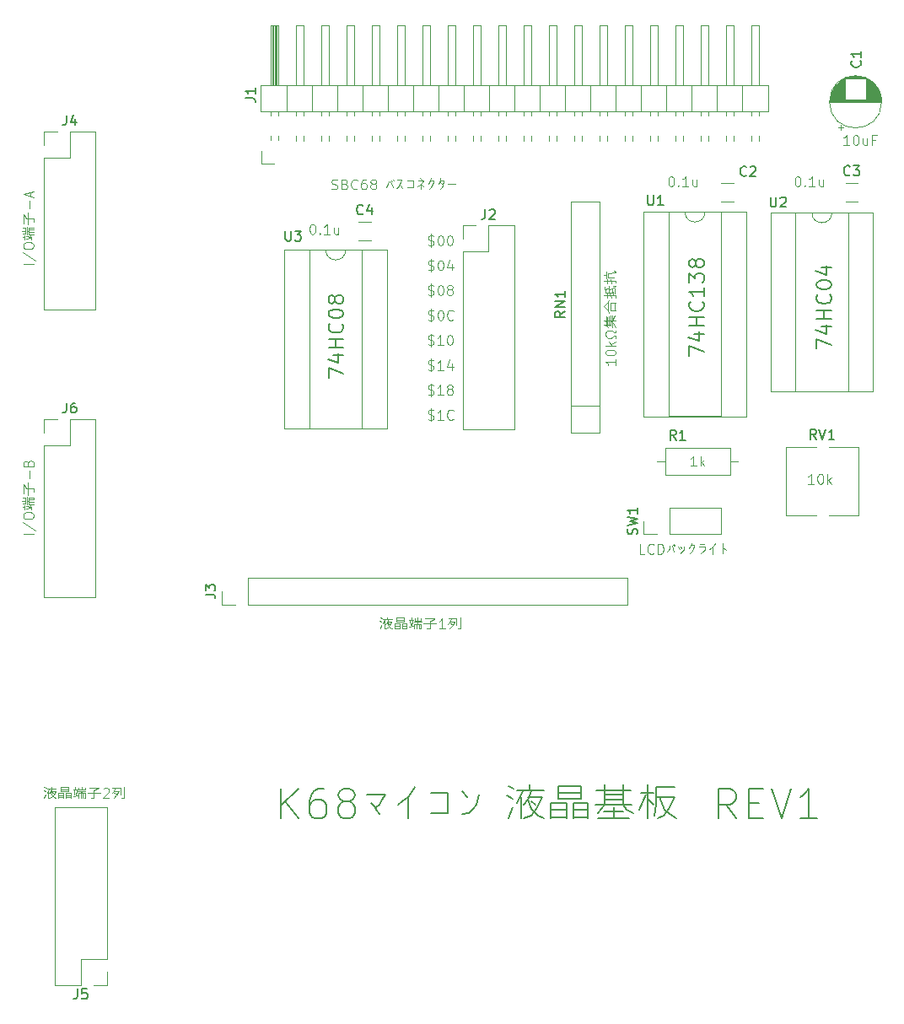
<source format=gto>
G04 #@! TF.GenerationSoftware,KiCad,Pcbnew,(7.0.0-0)*
G04 #@! TF.CreationDate,2023-03-24T11:35:07+09:00*
G04 #@! TF.ProjectId,K68-SC1602,4b36382d-5343-4313-9630-322e6b696361,rev?*
G04 #@! TF.SameCoordinates,PX5f5e100PY8f0d180*
G04 #@! TF.FileFunction,Legend,Top*
G04 #@! TF.FilePolarity,Positive*
%FSLAX46Y46*%
G04 Gerber Fmt 4.6, Leading zero omitted, Abs format (unit mm)*
G04 Created by KiCad (PCBNEW (7.0.0-0)) date 2023-03-24 11:35:07*
%MOMM*%
%LPD*%
G01*
G04 APERTURE LIST*
%ADD10C,0.100000*%
%ADD11C,0.150000*%
%ADD12C,0.200000*%
%ADD13C,0.120000*%
G04 APERTURE END LIST*
D10*
X1842380Y75848096D02*
X842380Y75848096D01*
X794761Y77038571D02*
X2080476Y76181429D01*
X842380Y77562381D02*
X842380Y77752857D01*
X842380Y77752857D02*
X890000Y77848095D01*
X890000Y77848095D02*
X985238Y77943333D01*
X985238Y77943333D02*
X1175714Y77990952D01*
X1175714Y77990952D02*
X1509047Y77990952D01*
X1509047Y77990952D02*
X1699523Y77943333D01*
X1699523Y77943333D02*
X1794761Y77848095D01*
X1794761Y77848095D02*
X1842380Y77752857D01*
X1842380Y77752857D02*
X1842380Y77562381D01*
X1842380Y77562381D02*
X1794761Y77467143D01*
X1794761Y77467143D02*
X1699523Y77371905D01*
X1699523Y77371905D02*
X1509047Y77324286D01*
X1509047Y77324286D02*
X1175714Y77324286D01*
X1175714Y77324286D02*
X985238Y77371905D01*
X985238Y77371905D02*
X890000Y77467143D01*
X890000Y77467143D02*
X842380Y77562381D01*
X985238Y78276667D02*
X985238Y78705238D01*
X1032857Y78848095D02*
X1032857Y79467143D01*
X1175714Y78752857D02*
X1175714Y79514762D01*
X747142Y78514762D02*
X985238Y78514762D01*
X1366190Y78800476D02*
X1842380Y78800476D01*
X794761Y78848095D02*
X1032857Y78848095D01*
X1366190Y79038571D02*
X1842380Y79038571D01*
X1175714Y79133809D02*
X1366190Y79086190D01*
X699523Y79133809D02*
X1032857Y79133809D01*
X1366190Y79276667D02*
X1842380Y79276667D01*
X794761Y79467143D02*
X1032857Y79467143D01*
X1080476Y78610000D02*
X1604285Y78562381D01*
X1556666Y78705238D02*
X1651904Y78276667D01*
X1080476Y78371905D02*
X1509047Y78419524D01*
X1366190Y78800476D02*
X1366190Y79467143D01*
X1366190Y79467143D02*
X1842380Y79467143D01*
X1842380Y79467143D02*
X1842380Y79419524D01*
X1318571Y79752857D02*
X1318571Y80990952D01*
X1842380Y80086190D02*
X1842380Y80371904D01*
X1080476Y80371904D02*
X1842380Y80371904D01*
X842380Y79895714D02*
X842380Y80848095D01*
X842380Y80848095D02*
X937619Y80705238D01*
X937619Y80705238D02*
X1080476Y80371904D01*
X1461428Y81371904D02*
X1461428Y82133808D01*
X1556666Y82562380D02*
X1556666Y83038570D01*
X1842380Y82467142D02*
X842380Y82800475D01*
X842380Y82800475D02*
X1842380Y83133808D01*
X41475476Y62730239D02*
X41618333Y62682620D01*
X41618333Y62682620D02*
X41856428Y62682620D01*
X41856428Y62682620D02*
X41951666Y62730239D01*
X41951666Y62730239D02*
X41999285Y62777858D01*
X41999285Y62777858D02*
X42046904Y62873096D01*
X42046904Y62873096D02*
X42046904Y62968334D01*
X42046904Y62968334D02*
X41999285Y63063572D01*
X41999285Y63063572D02*
X41951666Y63111191D01*
X41951666Y63111191D02*
X41856428Y63158810D01*
X41856428Y63158810D02*
X41665952Y63206429D01*
X41665952Y63206429D02*
X41570714Y63254048D01*
X41570714Y63254048D02*
X41523095Y63301667D01*
X41523095Y63301667D02*
X41475476Y63396905D01*
X41475476Y63396905D02*
X41475476Y63492143D01*
X41475476Y63492143D02*
X41523095Y63587381D01*
X41523095Y63587381D02*
X41570714Y63635000D01*
X41570714Y63635000D02*
X41665952Y63682620D01*
X41665952Y63682620D02*
X41904047Y63682620D01*
X41904047Y63682620D02*
X42046904Y63635000D01*
X41761190Y63825477D02*
X41761190Y62539762D01*
X42999285Y62682620D02*
X42427857Y62682620D01*
X42713571Y62682620D02*
X42713571Y63682620D01*
X42713571Y63682620D02*
X42618333Y63539762D01*
X42618333Y63539762D02*
X42523095Y63444524D01*
X42523095Y63444524D02*
X42427857Y63396905D01*
X43570714Y63254048D02*
X43475476Y63301667D01*
X43475476Y63301667D02*
X43427857Y63349286D01*
X43427857Y63349286D02*
X43380238Y63444524D01*
X43380238Y63444524D02*
X43380238Y63492143D01*
X43380238Y63492143D02*
X43427857Y63587381D01*
X43427857Y63587381D02*
X43475476Y63635000D01*
X43475476Y63635000D02*
X43570714Y63682620D01*
X43570714Y63682620D02*
X43761190Y63682620D01*
X43761190Y63682620D02*
X43856428Y63635000D01*
X43856428Y63635000D02*
X43904047Y63587381D01*
X43904047Y63587381D02*
X43951666Y63492143D01*
X43951666Y63492143D02*
X43951666Y63444524D01*
X43951666Y63444524D02*
X43904047Y63349286D01*
X43904047Y63349286D02*
X43856428Y63301667D01*
X43856428Y63301667D02*
X43761190Y63254048D01*
X43761190Y63254048D02*
X43570714Y63254048D01*
X43570714Y63254048D02*
X43475476Y63206429D01*
X43475476Y63206429D02*
X43427857Y63158810D01*
X43427857Y63158810D02*
X43380238Y63063572D01*
X43380238Y63063572D02*
X43380238Y62873096D01*
X43380238Y62873096D02*
X43427857Y62777858D01*
X43427857Y62777858D02*
X43475476Y62730239D01*
X43475476Y62730239D02*
X43570714Y62682620D01*
X43570714Y62682620D02*
X43761190Y62682620D01*
X43761190Y62682620D02*
X43856428Y62730239D01*
X43856428Y62730239D02*
X43904047Y62777858D01*
X43904047Y62777858D02*
X43951666Y62873096D01*
X43951666Y62873096D02*
X43951666Y63063572D01*
X43951666Y63063572D02*
X43904047Y63158810D01*
X43904047Y63158810D02*
X43856428Y63206429D01*
X43856428Y63206429D02*
X43761190Y63254048D01*
X83751904Y87767168D02*
X83180476Y87767168D01*
X83466190Y87767168D02*
X83466190Y88767168D01*
X83466190Y88767168D02*
X83370952Y88624310D01*
X83370952Y88624310D02*
X83275714Y88529072D01*
X83275714Y88529072D02*
X83180476Y88481453D01*
X84370952Y88767168D02*
X84466190Y88767168D01*
X84466190Y88767168D02*
X84561428Y88719548D01*
X84561428Y88719548D02*
X84609047Y88671929D01*
X84609047Y88671929D02*
X84656666Y88576691D01*
X84656666Y88576691D02*
X84704285Y88386215D01*
X84704285Y88386215D02*
X84704285Y88148120D01*
X84704285Y88148120D02*
X84656666Y87957644D01*
X84656666Y87957644D02*
X84609047Y87862406D01*
X84609047Y87862406D02*
X84561428Y87814787D01*
X84561428Y87814787D02*
X84466190Y87767168D01*
X84466190Y87767168D02*
X84370952Y87767168D01*
X84370952Y87767168D02*
X84275714Y87814787D01*
X84275714Y87814787D02*
X84228095Y87862406D01*
X84228095Y87862406D02*
X84180476Y87957644D01*
X84180476Y87957644D02*
X84132857Y88148120D01*
X84132857Y88148120D02*
X84132857Y88386215D01*
X84132857Y88386215D02*
X84180476Y88576691D01*
X84180476Y88576691D02*
X84228095Y88671929D01*
X84228095Y88671929D02*
X84275714Y88719548D01*
X84275714Y88719548D02*
X84370952Y88767168D01*
X85561428Y88433834D02*
X85561428Y87767168D01*
X85132857Y88433834D02*
X85132857Y87910025D01*
X85132857Y87910025D02*
X85180476Y87814787D01*
X85180476Y87814787D02*
X85275714Y87767168D01*
X85275714Y87767168D02*
X85418571Y87767168D01*
X85418571Y87767168D02*
X85513809Y87814787D01*
X85513809Y87814787D02*
X85561428Y87862406D01*
X86370952Y88290977D02*
X86037619Y88290977D01*
X86037619Y87767168D02*
X86037619Y88767168D01*
X86037619Y88767168D02*
X86513809Y88767168D01*
X41475476Y72730239D02*
X41618333Y72682620D01*
X41618333Y72682620D02*
X41856428Y72682620D01*
X41856428Y72682620D02*
X41951666Y72730239D01*
X41951666Y72730239D02*
X41999285Y72777858D01*
X41999285Y72777858D02*
X42046904Y72873096D01*
X42046904Y72873096D02*
X42046904Y72968334D01*
X42046904Y72968334D02*
X41999285Y73063572D01*
X41999285Y73063572D02*
X41951666Y73111191D01*
X41951666Y73111191D02*
X41856428Y73158810D01*
X41856428Y73158810D02*
X41665952Y73206429D01*
X41665952Y73206429D02*
X41570714Y73254048D01*
X41570714Y73254048D02*
X41523095Y73301667D01*
X41523095Y73301667D02*
X41475476Y73396905D01*
X41475476Y73396905D02*
X41475476Y73492143D01*
X41475476Y73492143D02*
X41523095Y73587381D01*
X41523095Y73587381D02*
X41570714Y73635000D01*
X41570714Y73635000D02*
X41665952Y73682620D01*
X41665952Y73682620D02*
X41904047Y73682620D01*
X41904047Y73682620D02*
X42046904Y73635000D01*
X41761190Y73825477D02*
X41761190Y72539762D01*
X42665952Y73682620D02*
X42761190Y73682620D01*
X42761190Y73682620D02*
X42856428Y73635000D01*
X42856428Y73635000D02*
X42904047Y73587381D01*
X42904047Y73587381D02*
X42951666Y73492143D01*
X42951666Y73492143D02*
X42999285Y73301667D01*
X42999285Y73301667D02*
X42999285Y73063572D01*
X42999285Y73063572D02*
X42951666Y72873096D01*
X42951666Y72873096D02*
X42904047Y72777858D01*
X42904047Y72777858D02*
X42856428Y72730239D01*
X42856428Y72730239D02*
X42761190Y72682620D01*
X42761190Y72682620D02*
X42665952Y72682620D01*
X42665952Y72682620D02*
X42570714Y72730239D01*
X42570714Y72730239D02*
X42523095Y72777858D01*
X42523095Y72777858D02*
X42475476Y72873096D01*
X42475476Y72873096D02*
X42427857Y73063572D01*
X42427857Y73063572D02*
X42427857Y73301667D01*
X42427857Y73301667D02*
X42475476Y73492143D01*
X42475476Y73492143D02*
X42523095Y73587381D01*
X42523095Y73587381D02*
X42570714Y73635000D01*
X42570714Y73635000D02*
X42665952Y73682620D01*
X43570714Y73254048D02*
X43475476Y73301667D01*
X43475476Y73301667D02*
X43427857Y73349286D01*
X43427857Y73349286D02*
X43380238Y73444524D01*
X43380238Y73444524D02*
X43380238Y73492143D01*
X43380238Y73492143D02*
X43427857Y73587381D01*
X43427857Y73587381D02*
X43475476Y73635000D01*
X43475476Y73635000D02*
X43570714Y73682620D01*
X43570714Y73682620D02*
X43761190Y73682620D01*
X43761190Y73682620D02*
X43856428Y73635000D01*
X43856428Y73635000D02*
X43904047Y73587381D01*
X43904047Y73587381D02*
X43951666Y73492143D01*
X43951666Y73492143D02*
X43951666Y73444524D01*
X43951666Y73444524D02*
X43904047Y73349286D01*
X43904047Y73349286D02*
X43856428Y73301667D01*
X43856428Y73301667D02*
X43761190Y73254048D01*
X43761190Y73254048D02*
X43570714Y73254048D01*
X43570714Y73254048D02*
X43475476Y73206429D01*
X43475476Y73206429D02*
X43427857Y73158810D01*
X43427857Y73158810D02*
X43380238Y73063572D01*
X43380238Y73063572D02*
X43380238Y72873096D01*
X43380238Y72873096D02*
X43427857Y72777858D01*
X43427857Y72777858D02*
X43475476Y72730239D01*
X43475476Y72730239D02*
X43570714Y72682620D01*
X43570714Y72682620D02*
X43761190Y72682620D01*
X43761190Y72682620D02*
X43856428Y72730239D01*
X43856428Y72730239D02*
X43904047Y72777858D01*
X43904047Y72777858D02*
X43951666Y72873096D01*
X43951666Y72873096D02*
X43951666Y73063572D01*
X43951666Y73063572D02*
X43904047Y73158810D01*
X43904047Y73158810D02*
X43856428Y73206429D01*
X43856428Y73206429D02*
X43761190Y73254048D01*
X41475476Y70230239D02*
X41618333Y70182620D01*
X41618333Y70182620D02*
X41856428Y70182620D01*
X41856428Y70182620D02*
X41951666Y70230239D01*
X41951666Y70230239D02*
X41999285Y70277858D01*
X41999285Y70277858D02*
X42046904Y70373096D01*
X42046904Y70373096D02*
X42046904Y70468334D01*
X42046904Y70468334D02*
X41999285Y70563572D01*
X41999285Y70563572D02*
X41951666Y70611191D01*
X41951666Y70611191D02*
X41856428Y70658810D01*
X41856428Y70658810D02*
X41665952Y70706429D01*
X41665952Y70706429D02*
X41570714Y70754048D01*
X41570714Y70754048D02*
X41523095Y70801667D01*
X41523095Y70801667D02*
X41475476Y70896905D01*
X41475476Y70896905D02*
X41475476Y70992143D01*
X41475476Y70992143D02*
X41523095Y71087381D01*
X41523095Y71087381D02*
X41570714Y71135000D01*
X41570714Y71135000D02*
X41665952Y71182620D01*
X41665952Y71182620D02*
X41904047Y71182620D01*
X41904047Y71182620D02*
X42046904Y71135000D01*
X41761190Y71325477D02*
X41761190Y70039762D01*
X42665952Y71182620D02*
X42761190Y71182620D01*
X42761190Y71182620D02*
X42856428Y71135000D01*
X42856428Y71135000D02*
X42904047Y71087381D01*
X42904047Y71087381D02*
X42951666Y70992143D01*
X42951666Y70992143D02*
X42999285Y70801667D01*
X42999285Y70801667D02*
X42999285Y70563572D01*
X42999285Y70563572D02*
X42951666Y70373096D01*
X42951666Y70373096D02*
X42904047Y70277858D01*
X42904047Y70277858D02*
X42856428Y70230239D01*
X42856428Y70230239D02*
X42761190Y70182620D01*
X42761190Y70182620D02*
X42665952Y70182620D01*
X42665952Y70182620D02*
X42570714Y70230239D01*
X42570714Y70230239D02*
X42523095Y70277858D01*
X42523095Y70277858D02*
X42475476Y70373096D01*
X42475476Y70373096D02*
X42427857Y70563572D01*
X42427857Y70563572D02*
X42427857Y70801667D01*
X42427857Y70801667D02*
X42475476Y70992143D01*
X42475476Y70992143D02*
X42523095Y71087381D01*
X42523095Y71087381D02*
X42570714Y71135000D01*
X42570714Y71135000D02*
X42665952Y71182620D01*
X43999285Y70277858D02*
X43951666Y70230239D01*
X43951666Y70230239D02*
X43808809Y70182620D01*
X43808809Y70182620D02*
X43713571Y70182620D01*
X43713571Y70182620D02*
X43570714Y70230239D01*
X43570714Y70230239D02*
X43475476Y70325477D01*
X43475476Y70325477D02*
X43427857Y70420715D01*
X43427857Y70420715D02*
X43380238Y70611191D01*
X43380238Y70611191D02*
X43380238Y70754048D01*
X43380238Y70754048D02*
X43427857Y70944524D01*
X43427857Y70944524D02*
X43475476Y71039762D01*
X43475476Y71039762D02*
X43570714Y71135000D01*
X43570714Y71135000D02*
X43713571Y71182620D01*
X43713571Y71182620D02*
X43808809Y71182620D01*
X43808809Y71182620D02*
X43951666Y71135000D01*
X43951666Y71135000D02*
X43999285Y71087381D01*
X36928571Y40170000D02*
X37833333Y40170000D01*
X37071428Y39931905D02*
X37071428Y39217620D01*
X37357142Y40360477D02*
X37357142Y40170000D01*
X37404761Y39789048D02*
X37547619Y39693810D01*
X36642857Y40312858D02*
X36833333Y40217620D01*
X36595238Y39979524D02*
X36785714Y39884286D01*
X37309523Y39836667D02*
X37404761Y39550953D01*
X37404761Y39550953D02*
X37642857Y39312858D01*
X37642857Y39312858D02*
X37833333Y39217620D01*
X36785714Y39598572D02*
X36642857Y39217620D01*
X37119047Y40122381D02*
X36928571Y39741429D01*
X37404761Y40122381D02*
X37309523Y39836667D01*
X37309523Y39836667D02*
X37166666Y39693810D01*
X37309523Y39931905D02*
X37785714Y39931905D01*
X37785714Y39931905D02*
X37595238Y39550953D01*
X37595238Y39550953D02*
X37404761Y39312858D01*
X37404761Y39312858D02*
X37166666Y39217620D01*
X38309523Y40074762D02*
X39071428Y40074762D01*
X38309523Y39884286D02*
X39071428Y39884286D01*
X38071428Y39503334D02*
X38595237Y39503334D01*
X38833332Y39503334D02*
X39309523Y39503334D01*
X38071428Y39265239D02*
X38595237Y39265239D01*
X38833332Y39265239D02*
X39309523Y39265239D01*
X38071428Y39741429D02*
X38071428Y39217620D01*
X38309523Y40312858D02*
X38309523Y39884286D01*
X38071428Y39741429D02*
X38595237Y39741429D01*
X38595237Y39741429D02*
X38595237Y39217620D01*
X38833332Y39741429D02*
X38833332Y39217620D01*
X38309523Y40312858D02*
X39071428Y40312858D01*
X39071428Y40312858D02*
X39071428Y39884286D01*
X38833332Y39741429D02*
X39309523Y39741429D01*
X39309523Y39741429D02*
X39309523Y39217620D01*
X39547618Y40074762D02*
X39976189Y40074762D01*
X40119046Y40027143D02*
X40738094Y40027143D01*
X40023808Y39884286D02*
X40785713Y39884286D01*
X39785713Y40312858D02*
X39785713Y40074762D01*
X40071427Y39693810D02*
X40071427Y39217620D01*
X40119046Y40265239D02*
X40119046Y40027143D01*
X40309522Y39693810D02*
X40309522Y39217620D01*
X40404760Y39884286D02*
X40357141Y39693810D01*
X40404760Y40360477D02*
X40404760Y40027143D01*
X40547618Y39693810D02*
X40547618Y39217620D01*
X40738094Y40265239D02*
X40738094Y40027143D01*
X39880951Y39979524D02*
X39833332Y39455715D01*
X39976189Y39503334D02*
X39547618Y39408096D01*
X39642856Y39979524D02*
X39690475Y39550953D01*
X40071427Y39693810D02*
X40738094Y39693810D01*
X40738094Y39693810D02*
X40738094Y39217620D01*
X40738094Y39217620D02*
X40690475Y39217620D01*
X41023808Y39741429D02*
X42261903Y39741429D01*
X41357141Y39217620D02*
X41642855Y39217620D01*
X41642855Y39979524D02*
X41642855Y39217620D01*
X41166665Y40217620D02*
X42119046Y40217620D01*
X42119046Y40217620D02*
X41976189Y40122381D01*
X41976189Y40122381D02*
X41642855Y39979524D01*
X43166664Y39217620D02*
X42595236Y39217620D01*
X42880950Y39217620D02*
X42880950Y40217620D01*
X42880950Y40217620D02*
X42785712Y40074762D01*
X42785712Y40074762D02*
X42690474Y39979524D01*
X42690474Y39979524D02*
X42595236Y39931905D01*
X43499998Y40265239D02*
X44214283Y40265239D01*
X44452379Y39217620D02*
X44690474Y39217620D01*
X44309521Y40217620D02*
X44309521Y39550953D01*
X44690474Y40312858D02*
X44690474Y39217620D01*
X43595236Y39789048D02*
X43976188Y39598572D01*
X43785712Y40265239D02*
X43595236Y39836667D01*
X43595236Y39836667D02*
X43452379Y39693810D01*
X43642855Y39931905D02*
X44119045Y39931905D01*
X44119045Y39931905D02*
X43928569Y39550953D01*
X43928569Y39550953D02*
X43642855Y39217620D01*
X41475476Y65230239D02*
X41618333Y65182620D01*
X41618333Y65182620D02*
X41856428Y65182620D01*
X41856428Y65182620D02*
X41951666Y65230239D01*
X41951666Y65230239D02*
X41999285Y65277858D01*
X41999285Y65277858D02*
X42046904Y65373096D01*
X42046904Y65373096D02*
X42046904Y65468334D01*
X42046904Y65468334D02*
X41999285Y65563572D01*
X41999285Y65563572D02*
X41951666Y65611191D01*
X41951666Y65611191D02*
X41856428Y65658810D01*
X41856428Y65658810D02*
X41665952Y65706429D01*
X41665952Y65706429D02*
X41570714Y65754048D01*
X41570714Y65754048D02*
X41523095Y65801667D01*
X41523095Y65801667D02*
X41475476Y65896905D01*
X41475476Y65896905D02*
X41475476Y65992143D01*
X41475476Y65992143D02*
X41523095Y66087381D01*
X41523095Y66087381D02*
X41570714Y66135000D01*
X41570714Y66135000D02*
X41665952Y66182620D01*
X41665952Y66182620D02*
X41904047Y66182620D01*
X41904047Y66182620D02*
X42046904Y66135000D01*
X41761190Y66325477D02*
X41761190Y65039762D01*
X42999285Y65182620D02*
X42427857Y65182620D01*
X42713571Y65182620D02*
X42713571Y66182620D01*
X42713571Y66182620D02*
X42618333Y66039762D01*
X42618333Y66039762D02*
X42523095Y65944524D01*
X42523095Y65944524D02*
X42427857Y65896905D01*
X43856428Y65849286D02*
X43856428Y65182620D01*
X43618333Y66230239D02*
X43380238Y65515953D01*
X43380238Y65515953D02*
X43999285Y65515953D01*
X60282380Y66261905D02*
X60282380Y65690477D01*
X60282380Y65976191D02*
X59282380Y65976191D01*
X59282380Y65976191D02*
X59425238Y65880953D01*
X59425238Y65880953D02*
X59520476Y65785715D01*
X59520476Y65785715D02*
X59568095Y65690477D01*
X59282380Y66880953D02*
X59282380Y66976191D01*
X59282380Y66976191D02*
X59330000Y67071429D01*
X59330000Y67071429D02*
X59377619Y67119048D01*
X59377619Y67119048D02*
X59472857Y67166667D01*
X59472857Y67166667D02*
X59663333Y67214286D01*
X59663333Y67214286D02*
X59901428Y67214286D01*
X59901428Y67214286D02*
X60091904Y67166667D01*
X60091904Y67166667D02*
X60187142Y67119048D01*
X60187142Y67119048D02*
X60234761Y67071429D01*
X60234761Y67071429D02*
X60282380Y66976191D01*
X60282380Y66976191D02*
X60282380Y66880953D01*
X60282380Y66880953D02*
X60234761Y66785715D01*
X60234761Y66785715D02*
X60187142Y66738096D01*
X60187142Y66738096D02*
X60091904Y66690477D01*
X60091904Y66690477D02*
X59901428Y66642858D01*
X59901428Y66642858D02*
X59663333Y66642858D01*
X59663333Y66642858D02*
X59472857Y66690477D01*
X59472857Y66690477D02*
X59377619Y66738096D01*
X59377619Y66738096D02*
X59330000Y66785715D01*
X59330000Y66785715D02*
X59282380Y66880953D01*
X60282380Y67642858D02*
X59282380Y67642858D01*
X59901428Y67738096D02*
X60282380Y68023810D01*
X59615714Y68023810D02*
X59996666Y67642858D01*
X60282380Y68404763D02*
X60282380Y68642858D01*
X60282380Y68642858D02*
X60091904Y68642858D01*
X60091904Y68642858D02*
X60044285Y68547620D01*
X60044285Y68547620D02*
X59949047Y68452382D01*
X59949047Y68452382D02*
X59806190Y68404763D01*
X59806190Y68404763D02*
X59568095Y68404763D01*
X59568095Y68404763D02*
X59425238Y68452382D01*
X59425238Y68452382D02*
X59330000Y68547620D01*
X59330000Y68547620D02*
X59282380Y68690477D01*
X59282380Y68690477D02*
X59282380Y68880953D01*
X59282380Y68880953D02*
X59330000Y69023810D01*
X59330000Y69023810D02*
X59425238Y69119048D01*
X59425238Y69119048D02*
X59568095Y69166667D01*
X59568095Y69166667D02*
X59806190Y69166667D01*
X59806190Y69166667D02*
X59949047Y69119048D01*
X59949047Y69119048D02*
X60044285Y69023810D01*
X60044285Y69023810D02*
X60091904Y68928572D01*
X60091904Y68928572D02*
X60282380Y68928572D01*
X60282380Y68928572D02*
X60282380Y69166667D01*
X59330000Y69642858D02*
X59330000Y70547620D01*
X59472857Y69642858D02*
X59472857Y70500001D01*
X59615714Y69642858D02*
X59615714Y70547620D01*
X59806190Y69642858D02*
X59806190Y70642858D01*
X59949047Y69500001D02*
X59949047Y70690477D01*
X59282380Y69690477D02*
X59806190Y69690477D01*
X59234761Y70119048D02*
X60282380Y70119048D01*
X59282380Y69690477D02*
X59520476Y69452382D01*
X59996666Y70166667D02*
X60234761Y70690477D01*
X59139523Y69738096D02*
X59377619Y69642858D01*
X59139523Y70119048D02*
X59330000Y70071429D01*
X59901428Y70071429D02*
X60044285Y69928572D01*
X60044285Y69928572D02*
X60282380Y69452382D01*
X59568095Y71214286D02*
X59568095Y71880953D01*
X60234761Y71166667D02*
X60234761Y71928572D01*
X59806190Y71166667D02*
X60282380Y71166667D01*
X59806190Y71166667D02*
X59806190Y71928572D01*
X59806190Y71928572D02*
X60282380Y71928572D01*
X59139523Y71547619D02*
X59472857Y71880953D01*
X59472857Y71880953D02*
X59615714Y72166667D01*
X59139523Y71547619D02*
X59520476Y71166667D01*
X59520476Y71166667D02*
X59615714Y70928572D01*
X59425238Y72404762D02*
X59425238Y72833333D01*
X59615714Y72928571D02*
X59615714Y73595238D01*
X60234761Y72833333D02*
X60234761Y73357143D01*
X60282380Y72452381D02*
X60282380Y72642857D01*
X59139523Y72642857D02*
X60282380Y72642857D01*
X59282380Y72928571D02*
X60044285Y72928571D01*
X59710952Y72833333D02*
X59853809Y72404762D01*
X59234761Y73309523D02*
X59520476Y73357143D01*
X59520476Y73357143D02*
X59663333Y73309523D01*
X59663333Y73309523D02*
X60139523Y73404762D01*
X59187142Y73500000D02*
X59282380Y73023809D01*
X59996666Y73261904D02*
X60044285Y72785714D01*
X60044285Y73642857D02*
X60282380Y73595238D01*
X60282380Y73595238D02*
X60234761Y73500000D01*
X59377619Y74357142D02*
X59377619Y75071428D01*
X59425238Y73880952D02*
X59425238Y74309523D01*
X60282380Y73928571D02*
X60282380Y74119047D01*
X59139523Y74119047D02*
X60282380Y74119047D01*
X59139523Y74690475D02*
X59330000Y74690475D01*
X59758571Y74309523D02*
X59853809Y73880952D01*
X59568095Y74499999D02*
X59901428Y74499999D01*
X59901428Y74499999D02*
X60139523Y74452380D01*
X59568095Y74499999D02*
X59568095Y74880952D01*
X59568095Y74880952D02*
X60282380Y74928571D01*
X60282380Y74928571D02*
X60282380Y75071428D01*
X60282380Y75071428D02*
X60091904Y75166666D01*
X78528571Y84617620D02*
X78623809Y84617620D01*
X78623809Y84617620D02*
X78719047Y84570000D01*
X78719047Y84570000D02*
X78766666Y84522381D01*
X78766666Y84522381D02*
X78814285Y84427143D01*
X78814285Y84427143D02*
X78861904Y84236667D01*
X78861904Y84236667D02*
X78861904Y83998572D01*
X78861904Y83998572D02*
X78814285Y83808096D01*
X78814285Y83808096D02*
X78766666Y83712858D01*
X78766666Y83712858D02*
X78719047Y83665239D01*
X78719047Y83665239D02*
X78623809Y83617620D01*
X78623809Y83617620D02*
X78528571Y83617620D01*
X78528571Y83617620D02*
X78433333Y83665239D01*
X78433333Y83665239D02*
X78385714Y83712858D01*
X78385714Y83712858D02*
X78338095Y83808096D01*
X78338095Y83808096D02*
X78290476Y83998572D01*
X78290476Y83998572D02*
X78290476Y84236667D01*
X78290476Y84236667D02*
X78338095Y84427143D01*
X78338095Y84427143D02*
X78385714Y84522381D01*
X78385714Y84522381D02*
X78433333Y84570000D01*
X78433333Y84570000D02*
X78528571Y84617620D01*
X79290476Y83712858D02*
X79338095Y83665239D01*
X79338095Y83665239D02*
X79290476Y83617620D01*
X79290476Y83617620D02*
X79242857Y83665239D01*
X79242857Y83665239D02*
X79290476Y83712858D01*
X79290476Y83712858D02*
X79290476Y83617620D01*
X80290475Y83617620D02*
X79719047Y83617620D01*
X80004761Y83617620D02*
X80004761Y84617620D01*
X80004761Y84617620D02*
X79909523Y84474762D01*
X79909523Y84474762D02*
X79814285Y84379524D01*
X79814285Y84379524D02*
X79719047Y84331905D01*
X81147618Y84284286D02*
X81147618Y83617620D01*
X80719047Y84284286D02*
X80719047Y83760477D01*
X80719047Y83760477D02*
X80766666Y83665239D01*
X80766666Y83665239D02*
X80861904Y83617620D01*
X80861904Y83617620D02*
X81004761Y83617620D01*
X81004761Y83617620D02*
X81099999Y83665239D01*
X81099999Y83665239D02*
X81147618Y83712858D01*
X41475476Y67730239D02*
X41618333Y67682620D01*
X41618333Y67682620D02*
X41856428Y67682620D01*
X41856428Y67682620D02*
X41951666Y67730239D01*
X41951666Y67730239D02*
X41999285Y67777858D01*
X41999285Y67777858D02*
X42046904Y67873096D01*
X42046904Y67873096D02*
X42046904Y67968334D01*
X42046904Y67968334D02*
X41999285Y68063572D01*
X41999285Y68063572D02*
X41951666Y68111191D01*
X41951666Y68111191D02*
X41856428Y68158810D01*
X41856428Y68158810D02*
X41665952Y68206429D01*
X41665952Y68206429D02*
X41570714Y68254048D01*
X41570714Y68254048D02*
X41523095Y68301667D01*
X41523095Y68301667D02*
X41475476Y68396905D01*
X41475476Y68396905D02*
X41475476Y68492143D01*
X41475476Y68492143D02*
X41523095Y68587381D01*
X41523095Y68587381D02*
X41570714Y68635000D01*
X41570714Y68635000D02*
X41665952Y68682620D01*
X41665952Y68682620D02*
X41904047Y68682620D01*
X41904047Y68682620D02*
X42046904Y68635000D01*
X41761190Y68825477D02*
X41761190Y67539762D01*
X42999285Y67682620D02*
X42427857Y67682620D01*
X42713571Y67682620D02*
X42713571Y68682620D01*
X42713571Y68682620D02*
X42618333Y68539762D01*
X42618333Y68539762D02*
X42523095Y68444524D01*
X42523095Y68444524D02*
X42427857Y68396905D01*
X43618333Y68682620D02*
X43713571Y68682620D01*
X43713571Y68682620D02*
X43808809Y68635000D01*
X43808809Y68635000D02*
X43856428Y68587381D01*
X43856428Y68587381D02*
X43904047Y68492143D01*
X43904047Y68492143D02*
X43951666Y68301667D01*
X43951666Y68301667D02*
X43951666Y68063572D01*
X43951666Y68063572D02*
X43904047Y67873096D01*
X43904047Y67873096D02*
X43856428Y67777858D01*
X43856428Y67777858D02*
X43808809Y67730239D01*
X43808809Y67730239D02*
X43713571Y67682620D01*
X43713571Y67682620D02*
X43618333Y67682620D01*
X43618333Y67682620D02*
X43523095Y67730239D01*
X43523095Y67730239D02*
X43475476Y67777858D01*
X43475476Y67777858D02*
X43427857Y67873096D01*
X43427857Y67873096D02*
X43380238Y68063572D01*
X43380238Y68063572D02*
X43380238Y68301667D01*
X43380238Y68301667D02*
X43427857Y68492143D01*
X43427857Y68492143D02*
X43475476Y68587381D01*
X43475476Y68587381D02*
X43523095Y68635000D01*
X43523095Y68635000D02*
X43618333Y68682620D01*
D11*
X31473571Y64414286D02*
X31473571Y65414286D01*
X31473571Y65414286D02*
X32973571Y64771429D01*
X31973571Y66628571D02*
X32973571Y66628571D01*
X31402142Y66271429D02*
X32473571Y65914286D01*
X32473571Y65914286D02*
X32473571Y66842857D01*
X32973571Y67414285D02*
X31473571Y67414285D01*
X32187857Y67414285D02*
X32187857Y68271428D01*
X32973571Y68271428D02*
X31473571Y68271428D01*
X32830714Y69842857D02*
X32902142Y69771429D01*
X32902142Y69771429D02*
X32973571Y69557143D01*
X32973571Y69557143D02*
X32973571Y69414286D01*
X32973571Y69414286D02*
X32902142Y69200000D01*
X32902142Y69200000D02*
X32759285Y69057143D01*
X32759285Y69057143D02*
X32616428Y68985714D01*
X32616428Y68985714D02*
X32330714Y68914286D01*
X32330714Y68914286D02*
X32116428Y68914286D01*
X32116428Y68914286D02*
X31830714Y68985714D01*
X31830714Y68985714D02*
X31687857Y69057143D01*
X31687857Y69057143D02*
X31545000Y69200000D01*
X31545000Y69200000D02*
X31473571Y69414286D01*
X31473571Y69414286D02*
X31473571Y69557143D01*
X31473571Y69557143D02*
X31545000Y69771429D01*
X31545000Y69771429D02*
X31616428Y69842857D01*
X31473571Y70771429D02*
X31473571Y70914286D01*
X31473571Y70914286D02*
X31545000Y71057143D01*
X31545000Y71057143D02*
X31616428Y71128571D01*
X31616428Y71128571D02*
X31759285Y71200000D01*
X31759285Y71200000D02*
X32045000Y71271429D01*
X32045000Y71271429D02*
X32402142Y71271429D01*
X32402142Y71271429D02*
X32687857Y71200000D01*
X32687857Y71200000D02*
X32830714Y71128571D01*
X32830714Y71128571D02*
X32902142Y71057143D01*
X32902142Y71057143D02*
X32973571Y70914286D01*
X32973571Y70914286D02*
X32973571Y70771429D01*
X32973571Y70771429D02*
X32902142Y70628571D01*
X32902142Y70628571D02*
X32830714Y70557143D01*
X32830714Y70557143D02*
X32687857Y70485714D01*
X32687857Y70485714D02*
X32402142Y70414286D01*
X32402142Y70414286D02*
X32045000Y70414286D01*
X32045000Y70414286D02*
X31759285Y70485714D01*
X31759285Y70485714D02*
X31616428Y70557143D01*
X31616428Y70557143D02*
X31545000Y70628571D01*
X31545000Y70628571D02*
X31473571Y70771429D01*
X32116428Y72128571D02*
X32045000Y71985714D01*
X32045000Y71985714D02*
X31973571Y71914285D01*
X31973571Y71914285D02*
X31830714Y71842857D01*
X31830714Y71842857D02*
X31759285Y71842857D01*
X31759285Y71842857D02*
X31616428Y71914285D01*
X31616428Y71914285D02*
X31545000Y71985714D01*
X31545000Y71985714D02*
X31473571Y72128571D01*
X31473571Y72128571D02*
X31473571Y72414285D01*
X31473571Y72414285D02*
X31545000Y72557142D01*
X31545000Y72557142D02*
X31616428Y72628571D01*
X31616428Y72628571D02*
X31759285Y72700000D01*
X31759285Y72700000D02*
X31830714Y72700000D01*
X31830714Y72700000D02*
X31973571Y72628571D01*
X31973571Y72628571D02*
X32045000Y72557142D01*
X32045000Y72557142D02*
X32116428Y72414285D01*
X32116428Y72414285D02*
X32116428Y72128571D01*
X32116428Y72128571D02*
X32187857Y71985714D01*
X32187857Y71985714D02*
X32259285Y71914285D01*
X32259285Y71914285D02*
X32402142Y71842857D01*
X32402142Y71842857D02*
X32687857Y71842857D01*
X32687857Y71842857D02*
X32830714Y71914285D01*
X32830714Y71914285D02*
X32902142Y71985714D01*
X32902142Y71985714D02*
X32973571Y72128571D01*
X32973571Y72128571D02*
X32973571Y72414285D01*
X32973571Y72414285D02*
X32902142Y72557142D01*
X32902142Y72557142D02*
X32830714Y72628571D01*
X32830714Y72628571D02*
X32687857Y72700000D01*
X32687857Y72700000D02*
X32402142Y72700000D01*
X32402142Y72700000D02*
X32259285Y72628571D01*
X32259285Y72628571D02*
X32187857Y72557142D01*
X32187857Y72557142D02*
X32116428Y72414285D01*
D10*
X63214285Y46717620D02*
X62738095Y46717620D01*
X62738095Y46717620D02*
X62738095Y47717620D01*
X64119047Y46812858D02*
X64071428Y46765239D01*
X64071428Y46765239D02*
X63928571Y46717620D01*
X63928571Y46717620D02*
X63833333Y46717620D01*
X63833333Y46717620D02*
X63690476Y46765239D01*
X63690476Y46765239D02*
X63595238Y46860477D01*
X63595238Y46860477D02*
X63547619Y46955715D01*
X63547619Y46955715D02*
X63500000Y47146191D01*
X63500000Y47146191D02*
X63500000Y47289048D01*
X63500000Y47289048D02*
X63547619Y47479524D01*
X63547619Y47479524D02*
X63595238Y47574762D01*
X63595238Y47574762D02*
X63690476Y47670000D01*
X63690476Y47670000D02*
X63833333Y47717620D01*
X63833333Y47717620D02*
X63928571Y47717620D01*
X63928571Y47717620D02*
X64071428Y47670000D01*
X64071428Y47670000D02*
X64119047Y47622381D01*
X64547619Y46717620D02*
X64547619Y47717620D01*
X64547619Y47717620D02*
X64785714Y47717620D01*
X64785714Y47717620D02*
X64928571Y47670000D01*
X64928571Y47670000D02*
X65023809Y47574762D01*
X65023809Y47574762D02*
X65071428Y47479524D01*
X65071428Y47479524D02*
X65119047Y47289048D01*
X65119047Y47289048D02*
X65119047Y47146191D01*
X65119047Y47146191D02*
X65071428Y46955715D01*
X65071428Y46955715D02*
X65023809Y46860477D01*
X65023809Y46860477D02*
X64928571Y46765239D01*
X64928571Y46765239D02*
X64785714Y46717620D01*
X64785714Y46717620D02*
X64547619Y46717620D01*
X65976190Y47527143D02*
X66166666Y46955715D01*
X65738095Y47527143D02*
X65690476Y47289048D01*
X65690476Y47289048D02*
X65595238Y47098572D01*
X65595238Y47098572D02*
X65500000Y46955715D01*
X66023809Y47622381D02*
X66119047Y47527143D01*
X66166666Y47670000D02*
X66261904Y47574762D01*
X66595238Y47431905D02*
X66690476Y47193810D01*
X66833333Y47479524D02*
X66880952Y47241429D01*
X67119047Y47431905D02*
X67119047Y47193810D01*
X67119047Y47193810D02*
X67071428Y47050953D01*
X67071428Y47050953D02*
X66928571Y46908096D01*
X66928571Y46908096D02*
X66785714Y46812858D01*
X67880952Y47812858D02*
X67833333Y47574762D01*
X67833333Y47574762D02*
X67738095Y47431905D01*
X67738095Y47431905D02*
X67642857Y47241429D01*
X67880952Y47622381D02*
X68166666Y47622381D01*
X68166666Y47622381D02*
X68166666Y47431905D01*
X68166666Y47431905D02*
X68119047Y47241429D01*
X68119047Y47241429D02*
X68023809Y47050953D01*
X68023809Y47050953D02*
X67928571Y46908096D01*
X67928571Y46908096D02*
X67738095Y46765239D01*
X68738095Y47670000D02*
X69214285Y47670000D01*
X68642857Y47431905D02*
X69261904Y47431905D01*
X69261904Y47431905D02*
X69261904Y47193810D01*
X69261904Y47193810D02*
X69166666Y47050953D01*
X69166666Y47050953D02*
X69023809Y46908096D01*
X69023809Y46908096D02*
X68833333Y46765239D01*
X70023809Y47431905D02*
X70023809Y46717620D01*
X70261904Y47765239D02*
X70166666Y47622381D01*
X70166666Y47622381D02*
X70023809Y47431905D01*
X70023809Y47431905D02*
X69833333Y47289048D01*
X69833333Y47289048D02*
X69690476Y47193810D01*
X71071428Y47812858D02*
X71071428Y46765239D01*
X71071428Y47384286D02*
X71357142Y47146191D01*
X31790476Y83365239D02*
X31933333Y83317620D01*
X31933333Y83317620D02*
X32171428Y83317620D01*
X32171428Y83317620D02*
X32266666Y83365239D01*
X32266666Y83365239D02*
X32314285Y83412858D01*
X32314285Y83412858D02*
X32361904Y83508096D01*
X32361904Y83508096D02*
X32361904Y83603334D01*
X32361904Y83603334D02*
X32314285Y83698572D01*
X32314285Y83698572D02*
X32266666Y83746191D01*
X32266666Y83746191D02*
X32171428Y83793810D01*
X32171428Y83793810D02*
X31980952Y83841429D01*
X31980952Y83841429D02*
X31885714Y83889048D01*
X31885714Y83889048D02*
X31838095Y83936667D01*
X31838095Y83936667D02*
X31790476Y84031905D01*
X31790476Y84031905D02*
X31790476Y84127143D01*
X31790476Y84127143D02*
X31838095Y84222381D01*
X31838095Y84222381D02*
X31885714Y84270000D01*
X31885714Y84270000D02*
X31980952Y84317620D01*
X31980952Y84317620D02*
X32219047Y84317620D01*
X32219047Y84317620D02*
X32361904Y84270000D01*
X33123809Y83841429D02*
X33266666Y83793810D01*
X33266666Y83793810D02*
X33314285Y83746191D01*
X33314285Y83746191D02*
X33361904Y83650953D01*
X33361904Y83650953D02*
X33361904Y83508096D01*
X33361904Y83508096D02*
X33314285Y83412858D01*
X33314285Y83412858D02*
X33266666Y83365239D01*
X33266666Y83365239D02*
X33171428Y83317620D01*
X33171428Y83317620D02*
X32790476Y83317620D01*
X32790476Y83317620D02*
X32790476Y84317620D01*
X32790476Y84317620D02*
X33123809Y84317620D01*
X33123809Y84317620D02*
X33219047Y84270000D01*
X33219047Y84270000D02*
X33266666Y84222381D01*
X33266666Y84222381D02*
X33314285Y84127143D01*
X33314285Y84127143D02*
X33314285Y84031905D01*
X33314285Y84031905D02*
X33266666Y83936667D01*
X33266666Y83936667D02*
X33219047Y83889048D01*
X33219047Y83889048D02*
X33123809Y83841429D01*
X33123809Y83841429D02*
X32790476Y83841429D01*
X34361904Y83412858D02*
X34314285Y83365239D01*
X34314285Y83365239D02*
X34171428Y83317620D01*
X34171428Y83317620D02*
X34076190Y83317620D01*
X34076190Y83317620D02*
X33933333Y83365239D01*
X33933333Y83365239D02*
X33838095Y83460477D01*
X33838095Y83460477D02*
X33790476Y83555715D01*
X33790476Y83555715D02*
X33742857Y83746191D01*
X33742857Y83746191D02*
X33742857Y83889048D01*
X33742857Y83889048D02*
X33790476Y84079524D01*
X33790476Y84079524D02*
X33838095Y84174762D01*
X33838095Y84174762D02*
X33933333Y84270000D01*
X33933333Y84270000D02*
X34076190Y84317620D01*
X34076190Y84317620D02*
X34171428Y84317620D01*
X34171428Y84317620D02*
X34314285Y84270000D01*
X34314285Y84270000D02*
X34361904Y84222381D01*
X35219047Y84317620D02*
X35028571Y84317620D01*
X35028571Y84317620D02*
X34933333Y84270000D01*
X34933333Y84270000D02*
X34885714Y84222381D01*
X34885714Y84222381D02*
X34790476Y84079524D01*
X34790476Y84079524D02*
X34742857Y83889048D01*
X34742857Y83889048D02*
X34742857Y83508096D01*
X34742857Y83508096D02*
X34790476Y83412858D01*
X34790476Y83412858D02*
X34838095Y83365239D01*
X34838095Y83365239D02*
X34933333Y83317620D01*
X34933333Y83317620D02*
X35123809Y83317620D01*
X35123809Y83317620D02*
X35219047Y83365239D01*
X35219047Y83365239D02*
X35266666Y83412858D01*
X35266666Y83412858D02*
X35314285Y83508096D01*
X35314285Y83508096D02*
X35314285Y83746191D01*
X35314285Y83746191D02*
X35266666Y83841429D01*
X35266666Y83841429D02*
X35219047Y83889048D01*
X35219047Y83889048D02*
X35123809Y83936667D01*
X35123809Y83936667D02*
X34933333Y83936667D01*
X34933333Y83936667D02*
X34838095Y83889048D01*
X34838095Y83889048D02*
X34790476Y83841429D01*
X34790476Y83841429D02*
X34742857Y83746191D01*
X35885714Y83889048D02*
X35790476Y83936667D01*
X35790476Y83936667D02*
X35742857Y83984286D01*
X35742857Y83984286D02*
X35695238Y84079524D01*
X35695238Y84079524D02*
X35695238Y84127143D01*
X35695238Y84127143D02*
X35742857Y84222381D01*
X35742857Y84222381D02*
X35790476Y84270000D01*
X35790476Y84270000D02*
X35885714Y84317620D01*
X35885714Y84317620D02*
X36076190Y84317620D01*
X36076190Y84317620D02*
X36171428Y84270000D01*
X36171428Y84270000D02*
X36219047Y84222381D01*
X36219047Y84222381D02*
X36266666Y84127143D01*
X36266666Y84127143D02*
X36266666Y84079524D01*
X36266666Y84079524D02*
X36219047Y83984286D01*
X36219047Y83984286D02*
X36171428Y83936667D01*
X36171428Y83936667D02*
X36076190Y83889048D01*
X36076190Y83889048D02*
X35885714Y83889048D01*
X35885714Y83889048D02*
X35790476Y83841429D01*
X35790476Y83841429D02*
X35742857Y83793810D01*
X35742857Y83793810D02*
X35695238Y83698572D01*
X35695238Y83698572D02*
X35695238Y83508096D01*
X35695238Y83508096D02*
X35742857Y83412858D01*
X35742857Y83412858D02*
X35790476Y83365239D01*
X35790476Y83365239D02*
X35885714Y83317620D01*
X35885714Y83317620D02*
X36076190Y83317620D01*
X36076190Y83317620D02*
X36171428Y83365239D01*
X36171428Y83365239D02*
X36219047Y83412858D01*
X36219047Y83412858D02*
X36266666Y83508096D01*
X36266666Y83508096D02*
X36266666Y83698572D01*
X36266666Y83698572D02*
X36219047Y83793810D01*
X36219047Y83793810D02*
X36171428Y83841429D01*
X36171428Y83841429D02*
X36076190Y83889048D01*
X37723809Y84127143D02*
X37914285Y83555715D01*
X37485714Y84127143D02*
X37438095Y83889048D01*
X37438095Y83889048D02*
X37342857Y83698572D01*
X37342857Y83698572D02*
X37247619Y83555715D01*
X37771428Y84222381D02*
X37866666Y84127143D01*
X37914285Y84270000D02*
X38009523Y84174762D01*
X38342857Y84317620D02*
X38771428Y84317620D01*
X38771428Y84317620D02*
X38723809Y84031905D01*
X38723809Y84031905D02*
X38628571Y83841429D01*
X38628571Y83841429D02*
X38533333Y83698572D01*
X38533333Y83698572D02*
X38438095Y83555715D01*
X38438095Y83555715D02*
X38295238Y83412858D01*
X38628571Y83793810D02*
X38723809Y83650953D01*
X38723809Y83650953D02*
X38866666Y83412858D01*
X39390476Y84174762D02*
X39961904Y84174762D01*
X39961904Y84174762D02*
X39961904Y83508096D01*
X39961904Y83508096D02*
X39390476Y83508096D01*
X40628571Y84412858D02*
X40819047Y84270000D01*
X40723809Y83841429D02*
X40723809Y83317620D01*
X40819047Y83793810D02*
X41009523Y83603334D01*
X40485714Y84222381D02*
X40961904Y84222381D01*
X40961904Y84222381D02*
X40866666Y84031905D01*
X40866666Y84031905D02*
X40771428Y83889048D01*
X40771428Y83889048D02*
X40628571Y83746191D01*
X40628571Y83746191D02*
X40390476Y83603334D01*
X41723809Y84412858D02*
X41676190Y84174762D01*
X41676190Y84174762D02*
X41580952Y84031905D01*
X41580952Y84031905D02*
X41485714Y83841429D01*
X41723809Y84222381D02*
X42009523Y84222381D01*
X42009523Y84222381D02*
X42009523Y84031905D01*
X42009523Y84031905D02*
X41961904Y83841429D01*
X41961904Y83841429D02*
X41866666Y83650953D01*
X41866666Y83650953D02*
X41771428Y83508096D01*
X41771428Y83508096D02*
X41580952Y83365239D01*
X42676190Y84031905D02*
X42914285Y83746191D01*
X42723809Y84412858D02*
X42676190Y84222381D01*
X42676190Y84222381D02*
X42628571Y84031905D01*
X42628571Y84031905D02*
X42533333Y83841429D01*
X42723809Y84222381D02*
X43057142Y84222381D01*
X43057142Y84222381D02*
X43009523Y84031905D01*
X43009523Y84031905D02*
X42961904Y83841429D01*
X42961904Y83841429D02*
X42914285Y83650953D01*
X42914285Y83650953D02*
X42819047Y83508096D01*
X42819047Y83508096D02*
X42676190Y83365239D01*
X43485714Y83841429D02*
X44247618Y83841429D01*
X29828571Y79817620D02*
X29923809Y79817620D01*
X29923809Y79817620D02*
X30019047Y79770000D01*
X30019047Y79770000D02*
X30066666Y79722381D01*
X30066666Y79722381D02*
X30114285Y79627143D01*
X30114285Y79627143D02*
X30161904Y79436667D01*
X30161904Y79436667D02*
X30161904Y79198572D01*
X30161904Y79198572D02*
X30114285Y79008096D01*
X30114285Y79008096D02*
X30066666Y78912858D01*
X30066666Y78912858D02*
X30019047Y78865239D01*
X30019047Y78865239D02*
X29923809Y78817620D01*
X29923809Y78817620D02*
X29828571Y78817620D01*
X29828571Y78817620D02*
X29733333Y78865239D01*
X29733333Y78865239D02*
X29685714Y78912858D01*
X29685714Y78912858D02*
X29638095Y79008096D01*
X29638095Y79008096D02*
X29590476Y79198572D01*
X29590476Y79198572D02*
X29590476Y79436667D01*
X29590476Y79436667D02*
X29638095Y79627143D01*
X29638095Y79627143D02*
X29685714Y79722381D01*
X29685714Y79722381D02*
X29733333Y79770000D01*
X29733333Y79770000D02*
X29828571Y79817620D01*
X30590476Y78912858D02*
X30638095Y78865239D01*
X30638095Y78865239D02*
X30590476Y78817620D01*
X30590476Y78817620D02*
X30542857Y78865239D01*
X30542857Y78865239D02*
X30590476Y78912858D01*
X30590476Y78912858D02*
X30590476Y78817620D01*
X31590475Y78817620D02*
X31019047Y78817620D01*
X31304761Y78817620D02*
X31304761Y79817620D01*
X31304761Y79817620D02*
X31209523Y79674762D01*
X31209523Y79674762D02*
X31114285Y79579524D01*
X31114285Y79579524D02*
X31019047Y79531905D01*
X32447618Y79484286D02*
X32447618Y78817620D01*
X32019047Y79484286D02*
X32019047Y78960477D01*
X32019047Y78960477D02*
X32066666Y78865239D01*
X32066666Y78865239D02*
X32161904Y78817620D01*
X32161904Y78817620D02*
X32304761Y78817620D01*
X32304761Y78817620D02*
X32399999Y78865239D01*
X32399999Y78865239D02*
X32447618Y78912858D01*
X65828571Y84617620D02*
X65923809Y84617620D01*
X65923809Y84617620D02*
X66019047Y84570000D01*
X66019047Y84570000D02*
X66066666Y84522381D01*
X66066666Y84522381D02*
X66114285Y84427143D01*
X66114285Y84427143D02*
X66161904Y84236667D01*
X66161904Y84236667D02*
X66161904Y83998572D01*
X66161904Y83998572D02*
X66114285Y83808096D01*
X66114285Y83808096D02*
X66066666Y83712858D01*
X66066666Y83712858D02*
X66019047Y83665239D01*
X66019047Y83665239D02*
X65923809Y83617620D01*
X65923809Y83617620D02*
X65828571Y83617620D01*
X65828571Y83617620D02*
X65733333Y83665239D01*
X65733333Y83665239D02*
X65685714Y83712858D01*
X65685714Y83712858D02*
X65638095Y83808096D01*
X65638095Y83808096D02*
X65590476Y83998572D01*
X65590476Y83998572D02*
X65590476Y84236667D01*
X65590476Y84236667D02*
X65638095Y84427143D01*
X65638095Y84427143D02*
X65685714Y84522381D01*
X65685714Y84522381D02*
X65733333Y84570000D01*
X65733333Y84570000D02*
X65828571Y84617620D01*
X66590476Y83712858D02*
X66638095Y83665239D01*
X66638095Y83665239D02*
X66590476Y83617620D01*
X66590476Y83617620D02*
X66542857Y83665239D01*
X66542857Y83665239D02*
X66590476Y83712858D01*
X66590476Y83712858D02*
X66590476Y83617620D01*
X67590475Y83617620D02*
X67019047Y83617620D01*
X67304761Y83617620D02*
X67304761Y84617620D01*
X67304761Y84617620D02*
X67209523Y84474762D01*
X67209523Y84474762D02*
X67114285Y84379524D01*
X67114285Y84379524D02*
X67019047Y84331905D01*
X68447618Y84284286D02*
X68447618Y83617620D01*
X68019047Y84284286D02*
X68019047Y83760477D01*
X68019047Y83760477D02*
X68066666Y83665239D01*
X68066666Y83665239D02*
X68161904Y83617620D01*
X68161904Y83617620D02*
X68304761Y83617620D01*
X68304761Y83617620D02*
X68399999Y83665239D01*
X68399999Y83665239D02*
X68447618Y83712858D01*
X41475476Y60230239D02*
X41618333Y60182620D01*
X41618333Y60182620D02*
X41856428Y60182620D01*
X41856428Y60182620D02*
X41951666Y60230239D01*
X41951666Y60230239D02*
X41999285Y60277858D01*
X41999285Y60277858D02*
X42046904Y60373096D01*
X42046904Y60373096D02*
X42046904Y60468334D01*
X42046904Y60468334D02*
X41999285Y60563572D01*
X41999285Y60563572D02*
X41951666Y60611191D01*
X41951666Y60611191D02*
X41856428Y60658810D01*
X41856428Y60658810D02*
X41665952Y60706429D01*
X41665952Y60706429D02*
X41570714Y60754048D01*
X41570714Y60754048D02*
X41523095Y60801667D01*
X41523095Y60801667D02*
X41475476Y60896905D01*
X41475476Y60896905D02*
X41475476Y60992143D01*
X41475476Y60992143D02*
X41523095Y61087381D01*
X41523095Y61087381D02*
X41570714Y61135000D01*
X41570714Y61135000D02*
X41665952Y61182620D01*
X41665952Y61182620D02*
X41904047Y61182620D01*
X41904047Y61182620D02*
X42046904Y61135000D01*
X41761190Y61325477D02*
X41761190Y60039762D01*
X42999285Y60182620D02*
X42427857Y60182620D01*
X42713571Y60182620D02*
X42713571Y61182620D01*
X42713571Y61182620D02*
X42618333Y61039762D01*
X42618333Y61039762D02*
X42523095Y60944524D01*
X42523095Y60944524D02*
X42427857Y60896905D01*
X43999285Y60277858D02*
X43951666Y60230239D01*
X43951666Y60230239D02*
X43808809Y60182620D01*
X43808809Y60182620D02*
X43713571Y60182620D01*
X43713571Y60182620D02*
X43570714Y60230239D01*
X43570714Y60230239D02*
X43475476Y60325477D01*
X43475476Y60325477D02*
X43427857Y60420715D01*
X43427857Y60420715D02*
X43380238Y60611191D01*
X43380238Y60611191D02*
X43380238Y60754048D01*
X43380238Y60754048D02*
X43427857Y60944524D01*
X43427857Y60944524D02*
X43475476Y61039762D01*
X43475476Y61039762D02*
X43570714Y61135000D01*
X43570714Y61135000D02*
X43713571Y61182620D01*
X43713571Y61182620D02*
X43808809Y61182620D01*
X43808809Y61182620D02*
X43951666Y61135000D01*
X43951666Y61135000D02*
X43999285Y61087381D01*
X80186904Y53742620D02*
X79615476Y53742620D01*
X79901190Y53742620D02*
X79901190Y54742620D01*
X79901190Y54742620D02*
X79805952Y54599762D01*
X79805952Y54599762D02*
X79710714Y54504524D01*
X79710714Y54504524D02*
X79615476Y54456905D01*
X80805952Y54742620D02*
X80901190Y54742620D01*
X80901190Y54742620D02*
X80996428Y54695000D01*
X80996428Y54695000D02*
X81044047Y54647381D01*
X81044047Y54647381D02*
X81091666Y54552143D01*
X81091666Y54552143D02*
X81139285Y54361667D01*
X81139285Y54361667D02*
X81139285Y54123572D01*
X81139285Y54123572D02*
X81091666Y53933096D01*
X81091666Y53933096D02*
X81044047Y53837858D01*
X81044047Y53837858D02*
X80996428Y53790239D01*
X80996428Y53790239D02*
X80901190Y53742620D01*
X80901190Y53742620D02*
X80805952Y53742620D01*
X80805952Y53742620D02*
X80710714Y53790239D01*
X80710714Y53790239D02*
X80663095Y53837858D01*
X80663095Y53837858D02*
X80615476Y53933096D01*
X80615476Y53933096D02*
X80567857Y54123572D01*
X80567857Y54123572D02*
X80567857Y54361667D01*
X80567857Y54361667D02*
X80615476Y54552143D01*
X80615476Y54552143D02*
X80663095Y54647381D01*
X80663095Y54647381D02*
X80710714Y54695000D01*
X80710714Y54695000D02*
X80805952Y54742620D01*
X81567857Y53742620D02*
X81567857Y54742620D01*
X81663095Y54123572D02*
X81948809Y53742620D01*
X81948809Y54409286D02*
X81567857Y54028334D01*
D11*
X80473571Y67314286D02*
X80473571Y68314286D01*
X80473571Y68314286D02*
X81973571Y67671429D01*
X80973571Y69528571D02*
X81973571Y69528571D01*
X80402142Y69171429D02*
X81473571Y68814286D01*
X81473571Y68814286D02*
X81473571Y69742857D01*
X81973571Y70314285D02*
X80473571Y70314285D01*
X81187857Y70314285D02*
X81187857Y71171428D01*
X81973571Y71171428D02*
X80473571Y71171428D01*
X81830714Y72742857D02*
X81902142Y72671429D01*
X81902142Y72671429D02*
X81973571Y72457143D01*
X81973571Y72457143D02*
X81973571Y72314286D01*
X81973571Y72314286D02*
X81902142Y72100000D01*
X81902142Y72100000D02*
X81759285Y71957143D01*
X81759285Y71957143D02*
X81616428Y71885714D01*
X81616428Y71885714D02*
X81330714Y71814286D01*
X81330714Y71814286D02*
X81116428Y71814286D01*
X81116428Y71814286D02*
X80830714Y71885714D01*
X80830714Y71885714D02*
X80687857Y71957143D01*
X80687857Y71957143D02*
X80545000Y72100000D01*
X80545000Y72100000D02*
X80473571Y72314286D01*
X80473571Y72314286D02*
X80473571Y72457143D01*
X80473571Y72457143D02*
X80545000Y72671429D01*
X80545000Y72671429D02*
X80616428Y72742857D01*
X80473571Y73671429D02*
X80473571Y73814286D01*
X80473571Y73814286D02*
X80545000Y73957143D01*
X80545000Y73957143D02*
X80616428Y74028571D01*
X80616428Y74028571D02*
X80759285Y74100000D01*
X80759285Y74100000D02*
X81045000Y74171429D01*
X81045000Y74171429D02*
X81402142Y74171429D01*
X81402142Y74171429D02*
X81687857Y74100000D01*
X81687857Y74100000D02*
X81830714Y74028571D01*
X81830714Y74028571D02*
X81902142Y73957143D01*
X81902142Y73957143D02*
X81973571Y73814286D01*
X81973571Y73814286D02*
X81973571Y73671429D01*
X81973571Y73671429D02*
X81902142Y73528571D01*
X81902142Y73528571D02*
X81830714Y73457143D01*
X81830714Y73457143D02*
X81687857Y73385714D01*
X81687857Y73385714D02*
X81402142Y73314286D01*
X81402142Y73314286D02*
X81045000Y73314286D01*
X81045000Y73314286D02*
X80759285Y73385714D01*
X80759285Y73385714D02*
X80616428Y73457143D01*
X80616428Y73457143D02*
X80545000Y73528571D01*
X80545000Y73528571D02*
X80473571Y73671429D01*
X80973571Y75457142D02*
X81973571Y75457142D01*
X80402142Y75100000D02*
X81473571Y74742857D01*
X81473571Y74742857D02*
X81473571Y75671428D01*
D10*
X68386904Y55542620D02*
X67815476Y55542620D01*
X68101190Y55542620D02*
X68101190Y56542620D01*
X68101190Y56542620D02*
X68005952Y56399762D01*
X68005952Y56399762D02*
X67910714Y56304524D01*
X67910714Y56304524D02*
X67815476Y56256905D01*
X68815476Y55542620D02*
X68815476Y56542620D01*
X68910714Y55923572D02*
X69196428Y55542620D01*
X69196428Y56209286D02*
X68815476Y55828334D01*
X3198571Y23170000D02*
X4103333Y23170000D01*
X3341428Y22931905D02*
X3341428Y22217620D01*
X3627142Y23360477D02*
X3627142Y23170000D01*
X3674761Y22789048D02*
X3817619Y22693810D01*
X2912857Y23312858D02*
X3103333Y23217620D01*
X2865238Y22979524D02*
X3055714Y22884286D01*
X3579523Y22836667D02*
X3674761Y22550953D01*
X3674761Y22550953D02*
X3912857Y22312858D01*
X3912857Y22312858D02*
X4103333Y22217620D01*
X3055714Y22598572D02*
X2912857Y22217620D01*
X3389047Y23122381D02*
X3198571Y22741429D01*
X3674761Y23122381D02*
X3579523Y22836667D01*
X3579523Y22836667D02*
X3436666Y22693810D01*
X3579523Y22931905D02*
X4055714Y22931905D01*
X4055714Y22931905D02*
X3865238Y22550953D01*
X3865238Y22550953D02*
X3674761Y22312858D01*
X3674761Y22312858D02*
X3436666Y22217620D01*
X4579523Y23074762D02*
X5341428Y23074762D01*
X4579523Y22884286D02*
X5341428Y22884286D01*
X4341428Y22503334D02*
X4865237Y22503334D01*
X5103332Y22503334D02*
X5579523Y22503334D01*
X4341428Y22265239D02*
X4865237Y22265239D01*
X5103332Y22265239D02*
X5579523Y22265239D01*
X4341428Y22741429D02*
X4341428Y22217620D01*
X4579523Y23312858D02*
X4579523Y22884286D01*
X4341428Y22741429D02*
X4865237Y22741429D01*
X4865237Y22741429D02*
X4865237Y22217620D01*
X5103332Y22741429D02*
X5103332Y22217620D01*
X4579523Y23312858D02*
X5341428Y23312858D01*
X5341428Y23312858D02*
X5341428Y22884286D01*
X5103332Y22741429D02*
X5579523Y22741429D01*
X5579523Y22741429D02*
X5579523Y22217620D01*
X5817618Y23074762D02*
X6246189Y23074762D01*
X6389046Y23027143D02*
X7008094Y23027143D01*
X6293808Y22884286D02*
X7055713Y22884286D01*
X6055713Y23312858D02*
X6055713Y23074762D01*
X6341427Y22693810D02*
X6341427Y22217620D01*
X6389046Y23265239D02*
X6389046Y23027143D01*
X6579522Y22693810D02*
X6579522Y22217620D01*
X6674760Y22884286D02*
X6627141Y22693810D01*
X6674760Y23360477D02*
X6674760Y23027143D01*
X6817618Y22693810D02*
X6817618Y22217620D01*
X7008094Y23265239D02*
X7008094Y23027143D01*
X6150951Y22979524D02*
X6103332Y22455715D01*
X6246189Y22503334D02*
X5817618Y22408096D01*
X5912856Y22979524D02*
X5960475Y22550953D01*
X6341427Y22693810D02*
X7008094Y22693810D01*
X7008094Y22693810D02*
X7008094Y22217620D01*
X7008094Y22217620D02*
X6960475Y22217620D01*
X7293808Y22741429D02*
X8531903Y22741429D01*
X7627141Y22217620D02*
X7912855Y22217620D01*
X7912855Y22979524D02*
X7912855Y22217620D01*
X7436665Y23217620D02*
X8389046Y23217620D01*
X8389046Y23217620D02*
X8246189Y23122381D01*
X8246189Y23122381D02*
X7912855Y22979524D01*
X8865236Y23122381D02*
X8912855Y23170000D01*
X8912855Y23170000D02*
X9008093Y23217620D01*
X9008093Y23217620D02*
X9246188Y23217620D01*
X9246188Y23217620D02*
X9341426Y23170000D01*
X9341426Y23170000D02*
X9389045Y23122381D01*
X9389045Y23122381D02*
X9436664Y23027143D01*
X9436664Y23027143D02*
X9436664Y22931905D01*
X9436664Y22931905D02*
X9389045Y22789048D01*
X9389045Y22789048D02*
X8817617Y22217620D01*
X8817617Y22217620D02*
X9436664Y22217620D01*
X9769998Y23265239D02*
X10484283Y23265239D01*
X10722379Y22217620D02*
X10960474Y22217620D01*
X10579521Y23217620D02*
X10579521Y22550953D01*
X10960474Y23312858D02*
X10960474Y22217620D01*
X9865236Y22789048D02*
X10246188Y22598572D01*
X10055712Y23265239D02*
X9865236Y22836667D01*
X9865236Y22836667D02*
X9722379Y22693810D01*
X9912855Y22931905D02*
X10389045Y22931905D01*
X10389045Y22931905D02*
X10198569Y22550953D01*
X10198569Y22550953D02*
X9912855Y22217620D01*
X41475476Y77730239D02*
X41618333Y77682620D01*
X41618333Y77682620D02*
X41856428Y77682620D01*
X41856428Y77682620D02*
X41951666Y77730239D01*
X41951666Y77730239D02*
X41999285Y77777858D01*
X41999285Y77777858D02*
X42046904Y77873096D01*
X42046904Y77873096D02*
X42046904Y77968334D01*
X42046904Y77968334D02*
X41999285Y78063572D01*
X41999285Y78063572D02*
X41951666Y78111191D01*
X41951666Y78111191D02*
X41856428Y78158810D01*
X41856428Y78158810D02*
X41665952Y78206429D01*
X41665952Y78206429D02*
X41570714Y78254048D01*
X41570714Y78254048D02*
X41523095Y78301667D01*
X41523095Y78301667D02*
X41475476Y78396905D01*
X41475476Y78396905D02*
X41475476Y78492143D01*
X41475476Y78492143D02*
X41523095Y78587381D01*
X41523095Y78587381D02*
X41570714Y78635000D01*
X41570714Y78635000D02*
X41665952Y78682620D01*
X41665952Y78682620D02*
X41904047Y78682620D01*
X41904047Y78682620D02*
X42046904Y78635000D01*
X41761190Y78825477D02*
X41761190Y77539762D01*
X42665952Y78682620D02*
X42761190Y78682620D01*
X42761190Y78682620D02*
X42856428Y78635000D01*
X42856428Y78635000D02*
X42904047Y78587381D01*
X42904047Y78587381D02*
X42951666Y78492143D01*
X42951666Y78492143D02*
X42999285Y78301667D01*
X42999285Y78301667D02*
X42999285Y78063572D01*
X42999285Y78063572D02*
X42951666Y77873096D01*
X42951666Y77873096D02*
X42904047Y77777858D01*
X42904047Y77777858D02*
X42856428Y77730239D01*
X42856428Y77730239D02*
X42761190Y77682620D01*
X42761190Y77682620D02*
X42665952Y77682620D01*
X42665952Y77682620D02*
X42570714Y77730239D01*
X42570714Y77730239D02*
X42523095Y77777858D01*
X42523095Y77777858D02*
X42475476Y77873096D01*
X42475476Y77873096D02*
X42427857Y78063572D01*
X42427857Y78063572D02*
X42427857Y78301667D01*
X42427857Y78301667D02*
X42475476Y78492143D01*
X42475476Y78492143D02*
X42523095Y78587381D01*
X42523095Y78587381D02*
X42570714Y78635000D01*
X42570714Y78635000D02*
X42665952Y78682620D01*
X43618333Y78682620D02*
X43713571Y78682620D01*
X43713571Y78682620D02*
X43808809Y78635000D01*
X43808809Y78635000D02*
X43856428Y78587381D01*
X43856428Y78587381D02*
X43904047Y78492143D01*
X43904047Y78492143D02*
X43951666Y78301667D01*
X43951666Y78301667D02*
X43951666Y78063572D01*
X43951666Y78063572D02*
X43904047Y77873096D01*
X43904047Y77873096D02*
X43856428Y77777858D01*
X43856428Y77777858D02*
X43808809Y77730239D01*
X43808809Y77730239D02*
X43713571Y77682620D01*
X43713571Y77682620D02*
X43618333Y77682620D01*
X43618333Y77682620D02*
X43523095Y77730239D01*
X43523095Y77730239D02*
X43475476Y77777858D01*
X43475476Y77777858D02*
X43427857Y77873096D01*
X43427857Y77873096D02*
X43380238Y78063572D01*
X43380238Y78063572D02*
X43380238Y78301667D01*
X43380238Y78301667D02*
X43427857Y78492143D01*
X43427857Y78492143D02*
X43475476Y78587381D01*
X43475476Y78587381D02*
X43523095Y78635000D01*
X43523095Y78635000D02*
X43618333Y78682620D01*
X41475476Y75230239D02*
X41618333Y75182620D01*
X41618333Y75182620D02*
X41856428Y75182620D01*
X41856428Y75182620D02*
X41951666Y75230239D01*
X41951666Y75230239D02*
X41999285Y75277858D01*
X41999285Y75277858D02*
X42046904Y75373096D01*
X42046904Y75373096D02*
X42046904Y75468334D01*
X42046904Y75468334D02*
X41999285Y75563572D01*
X41999285Y75563572D02*
X41951666Y75611191D01*
X41951666Y75611191D02*
X41856428Y75658810D01*
X41856428Y75658810D02*
X41665952Y75706429D01*
X41665952Y75706429D02*
X41570714Y75754048D01*
X41570714Y75754048D02*
X41523095Y75801667D01*
X41523095Y75801667D02*
X41475476Y75896905D01*
X41475476Y75896905D02*
X41475476Y75992143D01*
X41475476Y75992143D02*
X41523095Y76087381D01*
X41523095Y76087381D02*
X41570714Y76135000D01*
X41570714Y76135000D02*
X41665952Y76182620D01*
X41665952Y76182620D02*
X41904047Y76182620D01*
X41904047Y76182620D02*
X42046904Y76135000D01*
X41761190Y76325477D02*
X41761190Y75039762D01*
X42665952Y76182620D02*
X42761190Y76182620D01*
X42761190Y76182620D02*
X42856428Y76135000D01*
X42856428Y76135000D02*
X42904047Y76087381D01*
X42904047Y76087381D02*
X42951666Y75992143D01*
X42951666Y75992143D02*
X42999285Y75801667D01*
X42999285Y75801667D02*
X42999285Y75563572D01*
X42999285Y75563572D02*
X42951666Y75373096D01*
X42951666Y75373096D02*
X42904047Y75277858D01*
X42904047Y75277858D02*
X42856428Y75230239D01*
X42856428Y75230239D02*
X42761190Y75182620D01*
X42761190Y75182620D02*
X42665952Y75182620D01*
X42665952Y75182620D02*
X42570714Y75230239D01*
X42570714Y75230239D02*
X42523095Y75277858D01*
X42523095Y75277858D02*
X42475476Y75373096D01*
X42475476Y75373096D02*
X42427857Y75563572D01*
X42427857Y75563572D02*
X42427857Y75801667D01*
X42427857Y75801667D02*
X42475476Y75992143D01*
X42475476Y75992143D02*
X42523095Y76087381D01*
X42523095Y76087381D02*
X42570714Y76135000D01*
X42570714Y76135000D02*
X42665952Y76182620D01*
X43856428Y75849286D02*
X43856428Y75182620D01*
X43618333Y76230239D02*
X43380238Y75515953D01*
X43380238Y75515953D02*
X43999285Y75515953D01*
D12*
X26714285Y20152858D02*
X26714285Y23152858D01*
X28428571Y20152858D02*
X27142857Y21867143D01*
X28428571Y23152858D02*
X26714285Y21438572D01*
X31000000Y23152858D02*
X30428571Y23152858D01*
X30428571Y23152858D02*
X30142857Y23010000D01*
X30142857Y23010000D02*
X30000000Y22867143D01*
X30000000Y22867143D02*
X29714285Y22438572D01*
X29714285Y22438572D02*
X29571428Y21867143D01*
X29571428Y21867143D02*
X29571428Y20724286D01*
X29571428Y20724286D02*
X29714285Y20438572D01*
X29714285Y20438572D02*
X29857142Y20295715D01*
X29857142Y20295715D02*
X30142857Y20152858D01*
X30142857Y20152858D02*
X30714285Y20152858D01*
X30714285Y20152858D02*
X31000000Y20295715D01*
X31000000Y20295715D02*
X31142857Y20438572D01*
X31142857Y20438572D02*
X31285714Y20724286D01*
X31285714Y20724286D02*
X31285714Y21438572D01*
X31285714Y21438572D02*
X31142857Y21724286D01*
X31142857Y21724286D02*
X31000000Y21867143D01*
X31000000Y21867143D02*
X30714285Y22010000D01*
X30714285Y22010000D02*
X30142857Y22010000D01*
X30142857Y22010000D02*
X29857142Y21867143D01*
X29857142Y21867143D02*
X29714285Y21724286D01*
X29714285Y21724286D02*
X29571428Y21438572D01*
X33000000Y21867143D02*
X32714285Y22010000D01*
X32714285Y22010000D02*
X32571428Y22152858D01*
X32571428Y22152858D02*
X32428571Y22438572D01*
X32428571Y22438572D02*
X32428571Y22581429D01*
X32428571Y22581429D02*
X32571428Y22867143D01*
X32571428Y22867143D02*
X32714285Y23010000D01*
X32714285Y23010000D02*
X33000000Y23152858D01*
X33000000Y23152858D02*
X33571428Y23152858D01*
X33571428Y23152858D02*
X33857143Y23010000D01*
X33857143Y23010000D02*
X34000000Y22867143D01*
X34000000Y22867143D02*
X34142857Y22581429D01*
X34142857Y22581429D02*
X34142857Y22438572D01*
X34142857Y22438572D02*
X34000000Y22152858D01*
X34000000Y22152858D02*
X33857143Y22010000D01*
X33857143Y22010000D02*
X33571428Y21867143D01*
X33571428Y21867143D02*
X33000000Y21867143D01*
X33000000Y21867143D02*
X32714285Y21724286D01*
X32714285Y21724286D02*
X32571428Y21581429D01*
X32571428Y21581429D02*
X32428571Y21295715D01*
X32428571Y21295715D02*
X32428571Y20724286D01*
X32428571Y20724286D02*
X32571428Y20438572D01*
X32571428Y20438572D02*
X32714285Y20295715D01*
X32714285Y20295715D02*
X33000000Y20152858D01*
X33000000Y20152858D02*
X33571428Y20152858D01*
X33571428Y20152858D02*
X33857143Y20295715D01*
X33857143Y20295715D02*
X34000000Y20438572D01*
X34000000Y20438572D02*
X34142857Y20724286D01*
X34142857Y20724286D02*
X34142857Y21295715D01*
X34142857Y21295715D02*
X34000000Y21581429D01*
X34000000Y21581429D02*
X33857143Y21724286D01*
X33857143Y21724286D02*
X33571428Y21867143D01*
X35285714Y22581429D02*
X37142857Y22581429D01*
X37142857Y22581429D02*
X36857143Y22010000D01*
X36857143Y22010000D02*
X36571428Y21581429D01*
X36571428Y21581429D02*
X36285714Y21295715D01*
X35714286Y21724286D02*
X36142857Y21295715D01*
X36142857Y21295715D02*
X36285714Y21010000D01*
X36285714Y21010000D02*
X36571428Y20581429D01*
X39428571Y22295715D02*
X39428571Y20152858D01*
X40142857Y23295715D02*
X39857143Y22867143D01*
X39857143Y22867143D02*
X39428571Y22295715D01*
X39428571Y22295715D02*
X38857143Y21867143D01*
X38857143Y21867143D02*
X38428571Y21581429D01*
X41714285Y22724286D02*
X43428571Y22724286D01*
X43428571Y22724286D02*
X43428571Y20724286D01*
X43428571Y20724286D02*
X41714285Y20724286D01*
X44857142Y22867143D02*
X45428571Y22295715D01*
X44857142Y20581429D02*
X45571428Y20724286D01*
X45571428Y20724286D02*
X45999999Y21152858D01*
X45999999Y21152858D02*
X46285714Y21581429D01*
X46285714Y21581429D02*
X46571428Y22581429D01*
X50371428Y23010000D02*
X53085714Y23010000D01*
X50799999Y22295715D02*
X50799999Y20152858D01*
X51657142Y23581429D02*
X51657142Y23010000D01*
X51799999Y21867143D02*
X52228571Y21581429D01*
X49514285Y23438572D02*
X50085714Y23152858D01*
X49371428Y22438572D02*
X49942856Y22152858D01*
X51514285Y22010000D02*
X51799999Y21152858D01*
X51799999Y21152858D02*
X52514285Y20438572D01*
X52514285Y20438572D02*
X53085714Y20152858D01*
X49942856Y21295715D02*
X49514285Y20152858D01*
X50942856Y22867143D02*
X50371428Y21724286D01*
X51799999Y22867143D02*
X51514285Y22010000D01*
X51514285Y22010000D02*
X51085714Y21581429D01*
X51514285Y22295715D02*
X52942856Y22295715D01*
X52942856Y22295715D02*
X52371428Y21152858D01*
X52371428Y21152858D02*
X51799999Y20438572D01*
X51799999Y20438572D02*
X51085714Y20152858D01*
X54514285Y22724286D02*
X56799999Y22724286D01*
X54514285Y22152858D02*
X56799999Y22152858D01*
X53799999Y21010000D02*
X55371427Y21010000D01*
X56085713Y21010000D02*
X57514285Y21010000D01*
X53799999Y20295715D02*
X55371427Y20295715D01*
X56085713Y20295715D02*
X57514285Y20295715D01*
X53799999Y21724286D02*
X53799999Y20152858D01*
X54514285Y23438572D02*
X54514285Y22152858D01*
X53799999Y21724286D02*
X55371427Y21724286D01*
X55371427Y21724286D02*
X55371427Y20152858D01*
X56085713Y21724286D02*
X56085713Y20152858D01*
X54514285Y23438572D02*
X56799999Y23438572D01*
X56799999Y23438572D02*
X56799999Y22152858D01*
X56085713Y21724286D02*
X57514285Y21724286D01*
X57514285Y21724286D02*
X57514285Y20152858D01*
X58371427Y23010000D02*
X61799998Y23010000D01*
X59228570Y22581429D02*
X61085713Y22581429D01*
X59228570Y22010000D02*
X61085713Y22010000D01*
X58228570Y21581429D02*
X61942856Y21581429D01*
X59085713Y20867143D02*
X61085713Y20867143D01*
X58514284Y20152858D02*
X61657141Y20152858D01*
X60085713Y21295715D02*
X60085713Y20152858D01*
X59228570Y23581429D02*
X59228570Y21581429D01*
X59228570Y21581429D02*
X58514284Y20724286D01*
X61085713Y23581429D02*
X61085713Y21581429D01*
X61085713Y21581429D02*
X61371427Y21010000D01*
X61371427Y21010000D02*
X62085713Y20724286D01*
X64371427Y23295715D02*
X66228569Y23295715D01*
X62799998Y22724286D02*
X64085712Y22724286D01*
X63514284Y23581429D02*
X63514284Y20152858D01*
X63514284Y22152858D02*
X64085712Y21581429D01*
X64657141Y22295715D02*
X65228569Y21010000D01*
X65228569Y21010000D02*
X65942855Y20438572D01*
X65942855Y20438572D02*
X66371427Y20152858D01*
X63371427Y22581429D02*
X62657141Y21010000D01*
X64371427Y22295715D02*
X66228569Y22295715D01*
X66228569Y22295715D02*
X65657141Y21152858D01*
X65657141Y21152858D02*
X65085712Y20438572D01*
X65085712Y20438572D02*
X64514284Y20152858D01*
X64371427Y23295715D02*
X64371427Y21581429D01*
X64371427Y21581429D02*
X64228569Y20438572D01*
X72371426Y20152858D02*
X71371426Y21581429D01*
X70657140Y20152858D02*
X70657140Y23152858D01*
X70657140Y23152858D02*
X71799997Y23152858D01*
X71799997Y23152858D02*
X72085712Y23010000D01*
X72085712Y23010000D02*
X72228569Y22867143D01*
X72228569Y22867143D02*
X72371426Y22581429D01*
X72371426Y22581429D02*
X72371426Y22152858D01*
X72371426Y22152858D02*
X72228569Y21867143D01*
X72228569Y21867143D02*
X72085712Y21724286D01*
X72085712Y21724286D02*
X71799997Y21581429D01*
X71799997Y21581429D02*
X70657140Y21581429D01*
X73657140Y21724286D02*
X74657140Y21724286D01*
X75085712Y20152858D02*
X73657140Y20152858D01*
X73657140Y20152858D02*
X73657140Y23152858D01*
X73657140Y23152858D02*
X75085712Y23152858D01*
X75942855Y23152858D02*
X76942855Y20152858D01*
X76942855Y20152858D02*
X77942855Y23152858D01*
X80514284Y20152858D02*
X78799998Y20152858D01*
X79657141Y20152858D02*
X79657141Y23152858D01*
X79657141Y23152858D02*
X79371427Y22724286D01*
X79371427Y22724286D02*
X79085712Y22438572D01*
X79085712Y22438572D02*
X78799998Y22295715D01*
D10*
X1842380Y48748096D02*
X842380Y48748096D01*
X794761Y49938571D02*
X2080476Y49081429D01*
X842380Y50462381D02*
X842380Y50652857D01*
X842380Y50652857D02*
X890000Y50748095D01*
X890000Y50748095D02*
X985238Y50843333D01*
X985238Y50843333D02*
X1175714Y50890952D01*
X1175714Y50890952D02*
X1509047Y50890952D01*
X1509047Y50890952D02*
X1699523Y50843333D01*
X1699523Y50843333D02*
X1794761Y50748095D01*
X1794761Y50748095D02*
X1842380Y50652857D01*
X1842380Y50652857D02*
X1842380Y50462381D01*
X1842380Y50462381D02*
X1794761Y50367143D01*
X1794761Y50367143D02*
X1699523Y50271905D01*
X1699523Y50271905D02*
X1509047Y50224286D01*
X1509047Y50224286D02*
X1175714Y50224286D01*
X1175714Y50224286D02*
X985238Y50271905D01*
X985238Y50271905D02*
X890000Y50367143D01*
X890000Y50367143D02*
X842380Y50462381D01*
X985238Y51176667D02*
X985238Y51605238D01*
X1032857Y51748095D02*
X1032857Y52367143D01*
X1175714Y51652857D02*
X1175714Y52414762D01*
X747142Y51414762D02*
X985238Y51414762D01*
X1366190Y51700476D02*
X1842380Y51700476D01*
X794761Y51748095D02*
X1032857Y51748095D01*
X1366190Y51938571D02*
X1842380Y51938571D01*
X1175714Y52033809D02*
X1366190Y51986190D01*
X699523Y52033809D02*
X1032857Y52033809D01*
X1366190Y52176667D02*
X1842380Y52176667D01*
X794761Y52367143D02*
X1032857Y52367143D01*
X1080476Y51510000D02*
X1604285Y51462381D01*
X1556666Y51605238D02*
X1651904Y51176667D01*
X1080476Y51271905D02*
X1509047Y51319524D01*
X1366190Y51700476D02*
X1366190Y52367143D01*
X1366190Y52367143D02*
X1842380Y52367143D01*
X1842380Y52367143D02*
X1842380Y52319524D01*
X1318571Y52652857D02*
X1318571Y53890952D01*
X1842380Y52986190D02*
X1842380Y53271904D01*
X1080476Y53271904D02*
X1842380Y53271904D01*
X842380Y52795714D02*
X842380Y53748095D01*
X842380Y53748095D02*
X937619Y53605238D01*
X937619Y53605238D02*
X1080476Y53271904D01*
X1461428Y54271904D02*
X1461428Y55033808D01*
X1318571Y55843332D02*
X1366190Y55986189D01*
X1366190Y55986189D02*
X1413809Y56033808D01*
X1413809Y56033808D02*
X1509047Y56081427D01*
X1509047Y56081427D02*
X1651904Y56081427D01*
X1651904Y56081427D02*
X1747142Y56033808D01*
X1747142Y56033808D02*
X1794761Y55986189D01*
X1794761Y55986189D02*
X1842380Y55890951D01*
X1842380Y55890951D02*
X1842380Y55509999D01*
X1842380Y55509999D02*
X842380Y55509999D01*
X842380Y55509999D02*
X842380Y55843332D01*
X842380Y55843332D02*
X890000Y55938570D01*
X890000Y55938570D02*
X937619Y55986189D01*
X937619Y55986189D02*
X1032857Y56033808D01*
X1032857Y56033808D02*
X1128095Y56033808D01*
X1128095Y56033808D02*
X1223333Y55986189D01*
X1223333Y55986189D02*
X1270952Y55938570D01*
X1270952Y55938570D02*
X1318571Y55843332D01*
X1318571Y55843332D02*
X1318571Y55509999D01*
D11*
X67673571Y66614286D02*
X67673571Y67614286D01*
X67673571Y67614286D02*
X69173571Y66971429D01*
X68173571Y68828571D02*
X69173571Y68828571D01*
X67602142Y68471429D02*
X68673571Y68114286D01*
X68673571Y68114286D02*
X68673571Y69042857D01*
X69173571Y69614285D02*
X67673571Y69614285D01*
X68387857Y69614285D02*
X68387857Y70471428D01*
X69173571Y70471428D02*
X67673571Y70471428D01*
X69030714Y72042857D02*
X69102142Y71971429D01*
X69102142Y71971429D02*
X69173571Y71757143D01*
X69173571Y71757143D02*
X69173571Y71614286D01*
X69173571Y71614286D02*
X69102142Y71400000D01*
X69102142Y71400000D02*
X68959285Y71257143D01*
X68959285Y71257143D02*
X68816428Y71185714D01*
X68816428Y71185714D02*
X68530714Y71114286D01*
X68530714Y71114286D02*
X68316428Y71114286D01*
X68316428Y71114286D02*
X68030714Y71185714D01*
X68030714Y71185714D02*
X67887857Y71257143D01*
X67887857Y71257143D02*
X67745000Y71400000D01*
X67745000Y71400000D02*
X67673571Y71614286D01*
X67673571Y71614286D02*
X67673571Y71757143D01*
X67673571Y71757143D02*
X67745000Y71971429D01*
X67745000Y71971429D02*
X67816428Y72042857D01*
X69173571Y73471429D02*
X69173571Y72614286D01*
X69173571Y73042857D02*
X67673571Y73042857D01*
X67673571Y73042857D02*
X67887857Y72900000D01*
X67887857Y72900000D02*
X68030714Y72757143D01*
X68030714Y72757143D02*
X68102142Y72614286D01*
X67673571Y73971428D02*
X67673571Y74900000D01*
X67673571Y74900000D02*
X68245000Y74400000D01*
X68245000Y74400000D02*
X68245000Y74614285D01*
X68245000Y74614285D02*
X68316428Y74757142D01*
X68316428Y74757142D02*
X68387857Y74828571D01*
X68387857Y74828571D02*
X68530714Y74900000D01*
X68530714Y74900000D02*
X68887857Y74900000D01*
X68887857Y74900000D02*
X69030714Y74828571D01*
X69030714Y74828571D02*
X69102142Y74757142D01*
X69102142Y74757142D02*
X69173571Y74614285D01*
X69173571Y74614285D02*
X69173571Y74185714D01*
X69173571Y74185714D02*
X69102142Y74042857D01*
X69102142Y74042857D02*
X69030714Y73971428D01*
X68316428Y75757142D02*
X68245000Y75614285D01*
X68245000Y75614285D02*
X68173571Y75542856D01*
X68173571Y75542856D02*
X68030714Y75471428D01*
X68030714Y75471428D02*
X67959285Y75471428D01*
X67959285Y75471428D02*
X67816428Y75542856D01*
X67816428Y75542856D02*
X67745000Y75614285D01*
X67745000Y75614285D02*
X67673571Y75757142D01*
X67673571Y75757142D02*
X67673571Y76042856D01*
X67673571Y76042856D02*
X67745000Y76185713D01*
X67745000Y76185713D02*
X67816428Y76257142D01*
X67816428Y76257142D02*
X67959285Y76328571D01*
X67959285Y76328571D02*
X68030714Y76328571D01*
X68030714Y76328571D02*
X68173571Y76257142D01*
X68173571Y76257142D02*
X68245000Y76185713D01*
X68245000Y76185713D02*
X68316428Y76042856D01*
X68316428Y76042856D02*
X68316428Y75757142D01*
X68316428Y75757142D02*
X68387857Y75614285D01*
X68387857Y75614285D02*
X68459285Y75542856D01*
X68459285Y75542856D02*
X68602142Y75471428D01*
X68602142Y75471428D02*
X68887857Y75471428D01*
X68887857Y75471428D02*
X69030714Y75542856D01*
X69030714Y75542856D02*
X69102142Y75614285D01*
X69102142Y75614285D02*
X69173571Y75757142D01*
X69173571Y75757142D02*
X69173571Y76042856D01*
X69173571Y76042856D02*
X69102142Y76185713D01*
X69102142Y76185713D02*
X69030714Y76257142D01*
X69030714Y76257142D02*
X68887857Y76328571D01*
X68887857Y76328571D02*
X68602142Y76328571D01*
X68602142Y76328571D02*
X68459285Y76257142D01*
X68459285Y76257142D02*
X68387857Y76185713D01*
X68387857Y76185713D02*
X68316428Y76042856D01*
X55217380Y71064524D02*
X54741190Y70731191D01*
X55217380Y70493096D02*
X54217380Y70493096D01*
X54217380Y70493096D02*
X54217380Y70874048D01*
X54217380Y70874048D02*
X54265000Y70969286D01*
X54265000Y70969286D02*
X54312619Y71016905D01*
X54312619Y71016905D02*
X54407857Y71064524D01*
X54407857Y71064524D02*
X54550714Y71064524D01*
X54550714Y71064524D02*
X54645952Y71016905D01*
X54645952Y71016905D02*
X54693571Y70969286D01*
X54693571Y70969286D02*
X54741190Y70874048D01*
X54741190Y70874048D02*
X54741190Y70493096D01*
X55217380Y71493096D02*
X54217380Y71493096D01*
X54217380Y71493096D02*
X55217380Y72064524D01*
X55217380Y72064524D02*
X54217380Y72064524D01*
X55217380Y73064524D02*
X55217380Y72493096D01*
X55217380Y72778810D02*
X54217380Y72778810D01*
X54217380Y72778810D02*
X54360238Y72683572D01*
X54360238Y72683572D02*
X54455476Y72588334D01*
X54455476Y72588334D02*
X54503095Y72493096D01*
X62434761Y48691668D02*
X62482380Y48834525D01*
X62482380Y48834525D02*
X62482380Y49072620D01*
X62482380Y49072620D02*
X62434761Y49167858D01*
X62434761Y49167858D02*
X62387142Y49215477D01*
X62387142Y49215477D02*
X62291904Y49263096D01*
X62291904Y49263096D02*
X62196666Y49263096D01*
X62196666Y49263096D02*
X62101428Y49215477D01*
X62101428Y49215477D02*
X62053809Y49167858D01*
X62053809Y49167858D02*
X62006190Y49072620D01*
X62006190Y49072620D02*
X61958571Y48882144D01*
X61958571Y48882144D02*
X61910952Y48786906D01*
X61910952Y48786906D02*
X61863333Y48739287D01*
X61863333Y48739287D02*
X61768095Y48691668D01*
X61768095Y48691668D02*
X61672857Y48691668D01*
X61672857Y48691668D02*
X61577619Y48739287D01*
X61577619Y48739287D02*
X61530000Y48786906D01*
X61530000Y48786906D02*
X61482380Y48882144D01*
X61482380Y48882144D02*
X61482380Y49120239D01*
X61482380Y49120239D02*
X61530000Y49263096D01*
X61482380Y49596430D02*
X62482380Y49834525D01*
X62482380Y49834525D02*
X61768095Y50025001D01*
X61768095Y50025001D02*
X62482380Y50215477D01*
X62482380Y50215477D02*
X61482380Y50453572D01*
X62482380Y51358334D02*
X62482380Y50786906D01*
X62482380Y51072620D02*
X61482380Y51072620D01*
X61482380Y51072620D02*
X61625238Y50977382D01*
X61625238Y50977382D02*
X61720476Y50882144D01*
X61720476Y50882144D02*
X61768095Y50786906D01*
X83833333Y84777858D02*
X83785714Y84730239D01*
X83785714Y84730239D02*
X83642857Y84682620D01*
X83642857Y84682620D02*
X83547619Y84682620D01*
X83547619Y84682620D02*
X83404762Y84730239D01*
X83404762Y84730239D02*
X83309524Y84825477D01*
X83309524Y84825477D02*
X83261905Y84920715D01*
X83261905Y84920715D02*
X83214286Y85111191D01*
X83214286Y85111191D02*
X83214286Y85254048D01*
X83214286Y85254048D02*
X83261905Y85444524D01*
X83261905Y85444524D02*
X83309524Y85539762D01*
X83309524Y85539762D02*
X83404762Y85635000D01*
X83404762Y85635000D02*
X83547619Y85682620D01*
X83547619Y85682620D02*
X83642857Y85682620D01*
X83642857Y85682620D02*
X83785714Y85635000D01*
X83785714Y85635000D02*
X83833333Y85587381D01*
X84166667Y85682620D02*
X84785714Y85682620D01*
X84785714Y85682620D02*
X84452381Y85301667D01*
X84452381Y85301667D02*
X84595238Y85301667D01*
X84595238Y85301667D02*
X84690476Y85254048D01*
X84690476Y85254048D02*
X84738095Y85206429D01*
X84738095Y85206429D02*
X84785714Y85111191D01*
X84785714Y85111191D02*
X84785714Y84873096D01*
X84785714Y84873096D02*
X84738095Y84777858D01*
X84738095Y84777858D02*
X84690476Y84730239D01*
X84690476Y84730239D02*
X84595238Y84682620D01*
X84595238Y84682620D02*
X84309524Y84682620D01*
X84309524Y84682620D02*
X84214286Y84730239D01*
X84214286Y84730239D02*
X84166667Y84777858D01*
X80444761Y58222620D02*
X80111428Y58698810D01*
X79873333Y58222620D02*
X79873333Y59222620D01*
X79873333Y59222620D02*
X80254285Y59222620D01*
X80254285Y59222620D02*
X80349523Y59175000D01*
X80349523Y59175000D02*
X80397142Y59127381D01*
X80397142Y59127381D02*
X80444761Y59032143D01*
X80444761Y59032143D02*
X80444761Y58889286D01*
X80444761Y58889286D02*
X80397142Y58794048D01*
X80397142Y58794048D02*
X80349523Y58746429D01*
X80349523Y58746429D02*
X80254285Y58698810D01*
X80254285Y58698810D02*
X79873333Y58698810D01*
X80730476Y59222620D02*
X81063809Y58222620D01*
X81063809Y58222620D02*
X81397142Y59222620D01*
X82254285Y58222620D02*
X81682857Y58222620D01*
X81968571Y58222620D02*
X81968571Y59222620D01*
X81968571Y59222620D02*
X81873333Y59079762D01*
X81873333Y59079762D02*
X81778095Y58984524D01*
X81778095Y58984524D02*
X81682857Y58936905D01*
X66358333Y58157620D02*
X66025000Y58633810D01*
X65786905Y58157620D02*
X65786905Y59157620D01*
X65786905Y59157620D02*
X66167857Y59157620D01*
X66167857Y59157620D02*
X66263095Y59110000D01*
X66263095Y59110000D02*
X66310714Y59062381D01*
X66310714Y59062381D02*
X66358333Y58967143D01*
X66358333Y58967143D02*
X66358333Y58824286D01*
X66358333Y58824286D02*
X66310714Y58729048D01*
X66310714Y58729048D02*
X66263095Y58681429D01*
X66263095Y58681429D02*
X66167857Y58633810D01*
X66167857Y58633810D02*
X65786905Y58633810D01*
X67310714Y58157620D02*
X66739286Y58157620D01*
X67025000Y58157620D02*
X67025000Y59157620D01*
X67025000Y59157620D02*
X66929762Y59014762D01*
X66929762Y59014762D02*
X66834524Y58919524D01*
X66834524Y58919524D02*
X66739286Y58871905D01*
X73433333Y84727858D02*
X73385714Y84680239D01*
X73385714Y84680239D02*
X73242857Y84632620D01*
X73242857Y84632620D02*
X73147619Y84632620D01*
X73147619Y84632620D02*
X73004762Y84680239D01*
X73004762Y84680239D02*
X72909524Y84775477D01*
X72909524Y84775477D02*
X72861905Y84870715D01*
X72861905Y84870715D02*
X72814286Y85061191D01*
X72814286Y85061191D02*
X72814286Y85204048D01*
X72814286Y85204048D02*
X72861905Y85394524D01*
X72861905Y85394524D02*
X72909524Y85489762D01*
X72909524Y85489762D02*
X73004762Y85585000D01*
X73004762Y85585000D02*
X73147619Y85632620D01*
X73147619Y85632620D02*
X73242857Y85632620D01*
X73242857Y85632620D02*
X73385714Y85585000D01*
X73385714Y85585000D02*
X73433333Y85537381D01*
X73814286Y85537381D02*
X73861905Y85585000D01*
X73861905Y85585000D02*
X73957143Y85632620D01*
X73957143Y85632620D02*
X74195238Y85632620D01*
X74195238Y85632620D02*
X74290476Y85585000D01*
X74290476Y85585000D02*
X74338095Y85537381D01*
X74338095Y85537381D02*
X74385714Y85442143D01*
X74385714Y85442143D02*
X74385714Y85346905D01*
X74385714Y85346905D02*
X74338095Y85204048D01*
X74338095Y85204048D02*
X73766667Y84632620D01*
X73766667Y84632620D02*
X74385714Y84632620D01*
X84852142Y96202834D02*
X84899761Y96155215D01*
X84899761Y96155215D02*
X84947380Y96012358D01*
X84947380Y96012358D02*
X84947380Y95917120D01*
X84947380Y95917120D02*
X84899761Y95774263D01*
X84899761Y95774263D02*
X84804523Y95679025D01*
X84804523Y95679025D02*
X84709285Y95631406D01*
X84709285Y95631406D02*
X84518809Y95583787D01*
X84518809Y95583787D02*
X84375952Y95583787D01*
X84375952Y95583787D02*
X84185476Y95631406D01*
X84185476Y95631406D02*
X84090238Y95679025D01*
X84090238Y95679025D02*
X83995000Y95774263D01*
X83995000Y95774263D02*
X83947380Y95917120D01*
X83947380Y95917120D02*
X83947380Y96012358D01*
X83947380Y96012358D02*
X83995000Y96155215D01*
X83995000Y96155215D02*
X84042619Y96202834D01*
X84947380Y97155215D02*
X84947380Y96583787D01*
X84947380Y96869501D02*
X83947380Y96869501D01*
X83947380Y96869501D02*
X84090238Y96774263D01*
X84090238Y96774263D02*
X84185476Y96679025D01*
X84185476Y96679025D02*
X84233095Y96583787D01*
X5156666Y90742620D02*
X5156666Y90028334D01*
X5156666Y90028334D02*
X5109047Y89885477D01*
X5109047Y89885477D02*
X5013809Y89790239D01*
X5013809Y89790239D02*
X4870952Y89742620D01*
X4870952Y89742620D02*
X4775714Y89742620D01*
X6061428Y90409286D02*
X6061428Y89742620D01*
X5823333Y90790239D02*
X5585238Y90075953D01*
X5585238Y90075953D02*
X6204285Y90075953D01*
X27138095Y79132620D02*
X27138095Y78323096D01*
X27138095Y78323096D02*
X27185714Y78227858D01*
X27185714Y78227858D02*
X27233333Y78180239D01*
X27233333Y78180239D02*
X27328571Y78132620D01*
X27328571Y78132620D02*
X27519047Y78132620D01*
X27519047Y78132620D02*
X27614285Y78180239D01*
X27614285Y78180239D02*
X27661904Y78227858D01*
X27661904Y78227858D02*
X27709523Y78323096D01*
X27709523Y78323096D02*
X27709523Y79132620D01*
X28090476Y79132620D02*
X28709523Y79132620D01*
X28709523Y79132620D02*
X28376190Y78751667D01*
X28376190Y78751667D02*
X28519047Y78751667D01*
X28519047Y78751667D02*
X28614285Y78704048D01*
X28614285Y78704048D02*
X28661904Y78656429D01*
X28661904Y78656429D02*
X28709523Y78561191D01*
X28709523Y78561191D02*
X28709523Y78323096D01*
X28709523Y78323096D02*
X28661904Y78227858D01*
X28661904Y78227858D02*
X28614285Y78180239D01*
X28614285Y78180239D02*
X28519047Y78132620D01*
X28519047Y78132620D02*
X28233333Y78132620D01*
X28233333Y78132620D02*
X28138095Y78180239D01*
X28138095Y78180239D02*
X28090476Y78227858D01*
X47196666Y81302620D02*
X47196666Y80588334D01*
X47196666Y80588334D02*
X47149047Y80445477D01*
X47149047Y80445477D02*
X47053809Y80350239D01*
X47053809Y80350239D02*
X46910952Y80302620D01*
X46910952Y80302620D02*
X46815714Y80302620D01*
X47625238Y81207381D02*
X47672857Y81255000D01*
X47672857Y81255000D02*
X47768095Y81302620D01*
X47768095Y81302620D02*
X48006190Y81302620D01*
X48006190Y81302620D02*
X48101428Y81255000D01*
X48101428Y81255000D02*
X48149047Y81207381D01*
X48149047Y81207381D02*
X48196666Y81112143D01*
X48196666Y81112143D02*
X48196666Y81016905D01*
X48196666Y81016905D02*
X48149047Y80874048D01*
X48149047Y80874048D02*
X47577619Y80302620D01*
X47577619Y80302620D02*
X48196666Y80302620D01*
X63538095Y82732620D02*
X63538095Y81923096D01*
X63538095Y81923096D02*
X63585714Y81827858D01*
X63585714Y81827858D02*
X63633333Y81780239D01*
X63633333Y81780239D02*
X63728571Y81732620D01*
X63728571Y81732620D02*
X63919047Y81732620D01*
X63919047Y81732620D02*
X64014285Y81780239D01*
X64014285Y81780239D02*
X64061904Y81827858D01*
X64061904Y81827858D02*
X64109523Y81923096D01*
X64109523Y81923096D02*
X64109523Y82732620D01*
X65109523Y81732620D02*
X64538095Y81732620D01*
X64823809Y81732620D02*
X64823809Y82732620D01*
X64823809Y82732620D02*
X64728571Y82589762D01*
X64728571Y82589762D02*
X64633333Y82494524D01*
X64633333Y82494524D02*
X64538095Y82446905D01*
X19107380Y42636667D02*
X19821666Y42636667D01*
X19821666Y42636667D02*
X19964523Y42589048D01*
X19964523Y42589048D02*
X20059761Y42493810D01*
X20059761Y42493810D02*
X20107380Y42350953D01*
X20107380Y42350953D02*
X20107380Y42255715D01*
X19107380Y43017620D02*
X19107380Y43636667D01*
X19107380Y43636667D02*
X19488333Y43303334D01*
X19488333Y43303334D02*
X19488333Y43446191D01*
X19488333Y43446191D02*
X19535952Y43541429D01*
X19535952Y43541429D02*
X19583571Y43589048D01*
X19583571Y43589048D02*
X19678809Y43636667D01*
X19678809Y43636667D02*
X19916904Y43636667D01*
X19916904Y43636667D02*
X20012142Y43589048D01*
X20012142Y43589048D02*
X20059761Y43541429D01*
X20059761Y43541429D02*
X20107380Y43446191D01*
X20107380Y43446191D02*
X20107380Y43160477D01*
X20107380Y43160477D02*
X20059761Y43065239D01*
X20059761Y43065239D02*
X20012142Y43017620D01*
X23117380Y92481667D02*
X23831666Y92481667D01*
X23831666Y92481667D02*
X23974523Y92434048D01*
X23974523Y92434048D02*
X24069761Y92338810D01*
X24069761Y92338810D02*
X24117380Y92195953D01*
X24117380Y92195953D02*
X24117380Y92100715D01*
X24117380Y93481667D02*
X24117380Y92910239D01*
X24117380Y93195953D02*
X23117380Y93195953D01*
X23117380Y93195953D02*
X23260238Y93100715D01*
X23260238Y93100715D02*
X23355476Y93005477D01*
X23355476Y93005477D02*
X23403095Y92910239D01*
X5156666Y61872620D02*
X5156666Y61158334D01*
X5156666Y61158334D02*
X5109047Y61015477D01*
X5109047Y61015477D02*
X5013809Y60920239D01*
X5013809Y60920239D02*
X4870952Y60872620D01*
X4870952Y60872620D02*
X4775714Y60872620D01*
X6061428Y61872620D02*
X5870952Y61872620D01*
X5870952Y61872620D02*
X5775714Y61825000D01*
X5775714Y61825000D02*
X5728095Y61777381D01*
X5728095Y61777381D02*
X5632857Y61634524D01*
X5632857Y61634524D02*
X5585238Y61444048D01*
X5585238Y61444048D02*
X5585238Y61063096D01*
X5585238Y61063096D02*
X5632857Y60967858D01*
X5632857Y60967858D02*
X5680476Y60920239D01*
X5680476Y60920239D02*
X5775714Y60872620D01*
X5775714Y60872620D02*
X5966190Y60872620D01*
X5966190Y60872620D02*
X6061428Y60920239D01*
X6061428Y60920239D02*
X6109047Y60967858D01*
X6109047Y60967858D02*
X6156666Y61063096D01*
X6156666Y61063096D02*
X6156666Y61301191D01*
X6156666Y61301191D02*
X6109047Y61396429D01*
X6109047Y61396429D02*
X6061428Y61444048D01*
X6061428Y61444048D02*
X5966190Y61491667D01*
X5966190Y61491667D02*
X5775714Y61491667D01*
X5775714Y61491667D02*
X5680476Y61444048D01*
X5680476Y61444048D02*
X5632857Y61396429D01*
X5632857Y61396429D02*
X5585238Y61301191D01*
X34933333Y80877858D02*
X34885714Y80830239D01*
X34885714Y80830239D02*
X34742857Y80782620D01*
X34742857Y80782620D02*
X34647619Y80782620D01*
X34647619Y80782620D02*
X34504762Y80830239D01*
X34504762Y80830239D02*
X34409524Y80925477D01*
X34409524Y80925477D02*
X34361905Y81020715D01*
X34361905Y81020715D02*
X34314286Y81211191D01*
X34314286Y81211191D02*
X34314286Y81354048D01*
X34314286Y81354048D02*
X34361905Y81544524D01*
X34361905Y81544524D02*
X34409524Y81639762D01*
X34409524Y81639762D02*
X34504762Y81735000D01*
X34504762Y81735000D02*
X34647619Y81782620D01*
X34647619Y81782620D02*
X34742857Y81782620D01*
X34742857Y81782620D02*
X34885714Y81735000D01*
X34885714Y81735000D02*
X34933333Y81687381D01*
X35790476Y81449286D02*
X35790476Y80782620D01*
X35552381Y81830239D02*
X35314286Y81115953D01*
X35314286Y81115953D02*
X35933333Y81115953D01*
X75838095Y82532620D02*
X75838095Y81723096D01*
X75838095Y81723096D02*
X75885714Y81627858D01*
X75885714Y81627858D02*
X75933333Y81580239D01*
X75933333Y81580239D02*
X76028571Y81532620D01*
X76028571Y81532620D02*
X76219047Y81532620D01*
X76219047Y81532620D02*
X76314285Y81580239D01*
X76314285Y81580239D02*
X76361904Y81627858D01*
X76361904Y81627858D02*
X76409523Y81723096D01*
X76409523Y81723096D02*
X76409523Y82532620D01*
X76838095Y82437381D02*
X76885714Y82485000D01*
X76885714Y82485000D02*
X76980952Y82532620D01*
X76980952Y82532620D02*
X77219047Y82532620D01*
X77219047Y82532620D02*
X77314285Y82485000D01*
X77314285Y82485000D02*
X77361904Y82437381D01*
X77361904Y82437381D02*
X77409523Y82342143D01*
X77409523Y82342143D02*
X77409523Y82246905D01*
X77409523Y82246905D02*
X77361904Y82104048D01*
X77361904Y82104048D02*
X76790476Y81532620D01*
X76790476Y81532620D02*
X77409523Y81532620D01*
X6266666Y3052620D02*
X6266666Y2338334D01*
X6266666Y2338334D02*
X6219047Y2195477D01*
X6219047Y2195477D02*
X6123809Y2100239D01*
X6123809Y2100239D02*
X5980952Y2052620D01*
X5980952Y2052620D02*
X5885714Y2052620D01*
X7219047Y3052620D02*
X6742857Y3052620D01*
X6742857Y3052620D02*
X6695238Y2576429D01*
X6695238Y2576429D02*
X6742857Y2624048D01*
X6742857Y2624048D02*
X6838095Y2671667D01*
X6838095Y2671667D02*
X7076190Y2671667D01*
X7076190Y2671667D02*
X7171428Y2624048D01*
X7171428Y2624048D02*
X7219047Y2576429D01*
X7219047Y2576429D02*
X7266666Y2481191D01*
X7266666Y2481191D02*
X7266666Y2243096D01*
X7266666Y2243096D02*
X7219047Y2147858D01*
X7219047Y2147858D02*
X7171428Y2100239D01*
X7171428Y2100239D02*
X7076190Y2052620D01*
X7076190Y2052620D02*
X6838095Y2052620D01*
X6838095Y2052620D02*
X6742857Y2100239D01*
X6742857Y2100239D02*
X6695238Y2147858D01*
D13*
X55850000Y58885000D02*
X58650000Y58885000D01*
X58650000Y58885000D02*
X58650000Y82085000D01*
X55850000Y61595000D02*
X58650000Y61595000D01*
X55850000Y82085000D02*
X55850000Y58885000D01*
X58650000Y82085000D02*
X55850000Y82085000D01*
X63115000Y48695000D02*
X63115000Y50025000D01*
X64445000Y48695000D02*
X63115000Y48695000D01*
X65715000Y48695000D02*
X70855000Y48695000D01*
X65715000Y48695000D02*
X65715000Y51355000D01*
X70855000Y48695000D02*
X70855000Y51355000D01*
X65715000Y51355000D02*
X70855000Y51355000D01*
X83371000Y83920000D02*
X84629000Y83920000D01*
X83371000Y82080000D02*
X84629000Y82080000D01*
X77420000Y57460000D02*
X77420000Y50620000D01*
X77420000Y57460000D02*
X80450000Y57460000D01*
X77420000Y50620000D02*
X80450000Y50620000D01*
X81750000Y57460000D02*
X84660000Y57460000D01*
X81750000Y50620000D02*
X84660000Y50620000D01*
X84660000Y57460000D02*
X84660000Y50620000D01*
X64485000Y56025000D02*
X65255000Y56025000D01*
X65255000Y57395000D02*
X65255000Y54655000D01*
X65255000Y54655000D02*
X71795000Y54655000D01*
X71795000Y57395000D02*
X65255000Y57395000D01*
X71795000Y54655000D02*
X71795000Y57395000D01*
X72565000Y56025000D02*
X71795000Y56025000D01*
X70871000Y83920000D02*
X72129000Y83920000D01*
X70871000Y82080000D02*
X72129000Y82080000D01*
X82915000Y89294725D02*
X82915000Y89794725D01*
X82665000Y89544725D02*
X83165000Y89544725D01*
X81810000Y92099500D02*
X86970000Y92099500D01*
X81810000Y92139500D02*
X86970000Y92139500D01*
X81811000Y92179500D02*
X86969000Y92179500D01*
X81812000Y92219500D02*
X86968000Y92219500D01*
X81814000Y92259500D02*
X86966000Y92259500D01*
X81817000Y92299500D02*
X86963000Y92299500D01*
X81821000Y92339500D02*
X83350000Y92339500D01*
X85430000Y92339500D02*
X86959000Y92339500D01*
X81825000Y92379500D02*
X83350000Y92379500D01*
X85430000Y92379500D02*
X86955000Y92379500D01*
X81829000Y92419500D02*
X83350000Y92419500D01*
X85430000Y92419500D02*
X86951000Y92419500D01*
X81834000Y92459500D02*
X83350000Y92459500D01*
X85430000Y92459500D02*
X86946000Y92459500D01*
X81840000Y92499500D02*
X83350000Y92499500D01*
X85430000Y92499500D02*
X86940000Y92499500D01*
X81847000Y92539500D02*
X83350000Y92539500D01*
X85430000Y92539500D02*
X86933000Y92539500D01*
X81854000Y92579500D02*
X83350000Y92579500D01*
X85430000Y92579500D02*
X86926000Y92579500D01*
X81862000Y92619500D02*
X83350000Y92619500D01*
X85430000Y92619500D02*
X86918000Y92619500D01*
X81870000Y92659500D02*
X83350000Y92659500D01*
X85430000Y92659500D02*
X86910000Y92659500D01*
X81879000Y92699500D02*
X83350000Y92699500D01*
X85430000Y92699500D02*
X86901000Y92699500D01*
X81889000Y92739500D02*
X83350000Y92739500D01*
X85430000Y92739500D02*
X86891000Y92739500D01*
X81899000Y92779500D02*
X83350000Y92779500D01*
X85430000Y92779500D02*
X86881000Y92779500D01*
X81910000Y92820500D02*
X83350000Y92820500D01*
X85430000Y92820500D02*
X86870000Y92820500D01*
X81922000Y92860500D02*
X83350000Y92860500D01*
X85430000Y92860500D02*
X86858000Y92860500D01*
X81935000Y92900500D02*
X83350000Y92900500D01*
X85430000Y92900500D02*
X86845000Y92900500D01*
X81948000Y92940500D02*
X83350000Y92940500D01*
X85430000Y92940500D02*
X86832000Y92940500D01*
X81962000Y92980500D02*
X83350000Y92980500D01*
X85430000Y92980500D02*
X86818000Y92980500D01*
X81976000Y93020500D02*
X83350000Y93020500D01*
X85430000Y93020500D02*
X86804000Y93020500D01*
X81992000Y93060500D02*
X83350000Y93060500D01*
X85430000Y93060500D02*
X86788000Y93060500D01*
X82008000Y93100500D02*
X83350000Y93100500D01*
X85430000Y93100500D02*
X86772000Y93100500D01*
X82025000Y93140500D02*
X83350000Y93140500D01*
X85430000Y93140500D02*
X86755000Y93140500D01*
X82042000Y93180500D02*
X83350000Y93180500D01*
X85430000Y93180500D02*
X86738000Y93180500D01*
X82061000Y93220500D02*
X83350000Y93220500D01*
X85430000Y93220500D02*
X86719000Y93220500D01*
X82080000Y93260500D02*
X83350000Y93260500D01*
X85430000Y93260500D02*
X86700000Y93260500D01*
X82100000Y93300500D02*
X83350000Y93300500D01*
X85430000Y93300500D02*
X86680000Y93300500D01*
X82122000Y93340500D02*
X83350000Y93340500D01*
X85430000Y93340500D02*
X86658000Y93340500D01*
X82143000Y93380500D02*
X83350000Y93380500D01*
X85430000Y93380500D02*
X86637000Y93380500D01*
X82166000Y93420500D02*
X83350000Y93420500D01*
X85430000Y93420500D02*
X86614000Y93420500D01*
X82190000Y93460500D02*
X83350000Y93460500D01*
X85430000Y93460500D02*
X86590000Y93460500D01*
X82215000Y93500500D02*
X83350000Y93500500D01*
X85430000Y93500500D02*
X86565000Y93500500D01*
X82241000Y93540500D02*
X83350000Y93540500D01*
X85430000Y93540500D02*
X86539000Y93540500D01*
X82268000Y93580500D02*
X83350000Y93580500D01*
X85430000Y93580500D02*
X86512000Y93580500D01*
X82295000Y93620500D02*
X83350000Y93620500D01*
X85430000Y93620500D02*
X86485000Y93620500D01*
X82325000Y93660500D02*
X83350000Y93660500D01*
X85430000Y93660500D02*
X86455000Y93660500D01*
X82355000Y93700500D02*
X83350000Y93700500D01*
X85430000Y93700500D02*
X86425000Y93700500D01*
X82386000Y93740500D02*
X83350000Y93740500D01*
X85430000Y93740500D02*
X86394000Y93740500D01*
X82419000Y93780500D02*
X83350000Y93780500D01*
X85430000Y93780500D02*
X86361000Y93780500D01*
X82453000Y93820500D02*
X83350000Y93820500D01*
X85430000Y93820500D02*
X86327000Y93820500D01*
X82489000Y93860500D02*
X83350000Y93860500D01*
X85430000Y93860500D02*
X86291000Y93860500D01*
X82526000Y93900500D02*
X83350000Y93900500D01*
X85430000Y93900500D02*
X86254000Y93900500D01*
X82564000Y93940500D02*
X83350000Y93940500D01*
X85430000Y93940500D02*
X86216000Y93940500D01*
X82605000Y93980500D02*
X83350000Y93980500D01*
X85430000Y93980500D02*
X86175000Y93980500D01*
X82647000Y94020500D02*
X83350000Y94020500D01*
X85430000Y94020500D02*
X86133000Y94020500D01*
X82691000Y94060500D02*
X83350000Y94060500D01*
X85430000Y94060500D02*
X86089000Y94060500D01*
X82737000Y94100500D02*
X83350000Y94100500D01*
X85430000Y94100500D02*
X86043000Y94100500D01*
X82785000Y94140500D02*
X83350000Y94140500D01*
X85430000Y94140500D02*
X85995000Y94140500D01*
X82836000Y94180500D02*
X83350000Y94180500D01*
X85430000Y94180500D02*
X85944000Y94180500D01*
X82890000Y94220500D02*
X83350000Y94220500D01*
X85430000Y94220500D02*
X85890000Y94220500D01*
X82947000Y94260500D02*
X83350000Y94260500D01*
X85430000Y94260500D02*
X85833000Y94260500D01*
X83007000Y94300500D02*
X83350000Y94300500D01*
X85430000Y94300500D02*
X85773000Y94300500D01*
X83071000Y94340500D02*
X83350000Y94340500D01*
X85430000Y94340500D02*
X85709000Y94340500D01*
X83139000Y94380500D02*
X83350000Y94380500D01*
X85430000Y94380500D02*
X85641000Y94380500D01*
X83212000Y94420500D02*
X85568000Y94420500D01*
X83292000Y94460500D02*
X85488000Y94460500D01*
X83379000Y94500500D02*
X85401000Y94500500D01*
X83475000Y94540500D02*
X85305000Y94540500D01*
X83585000Y94580500D02*
X85195000Y94580500D01*
X83713000Y94620500D02*
X85067000Y94620500D01*
X83872000Y94660500D02*
X84908000Y94660500D01*
X84106000Y94700500D02*
X84674000Y94700500D01*
X87010000Y92099500D02*
G75*
G03*
X87010000Y92099500I-2620000J0D01*
G01*
X2890000Y89110000D02*
X4220000Y89110000D01*
X2890000Y87780000D02*
X2890000Y89110000D01*
X2890000Y86510000D02*
X2890000Y71210000D01*
X2890000Y86510000D02*
X5490000Y86510000D01*
X2890000Y71210000D02*
X8090000Y71210000D01*
X5490000Y89110000D02*
X8090000Y89110000D01*
X5490000Y86510000D02*
X5490000Y89110000D01*
X8090000Y89110000D02*
X8090000Y71210000D01*
X27050000Y77290000D02*
X27050000Y59270000D01*
X27050000Y59270000D02*
X37330000Y59270000D01*
X29540000Y77230000D02*
X29540000Y59330000D01*
X29540000Y59330000D02*
X34840000Y59330000D01*
X31190000Y77230000D02*
X29540000Y77230000D01*
X34840000Y77230000D02*
X33190000Y77230000D01*
X34840000Y59330000D02*
X34840000Y77230000D01*
X37330000Y77290000D02*
X27050000Y77290000D01*
X37330000Y59270000D02*
X37330000Y77290000D01*
X31190000Y77230000D02*
G75*
G03*
X33190000Y77230000I1000000J0D01*
G01*
X44930000Y79670000D02*
X46260000Y79670000D01*
X44930000Y78340000D02*
X44930000Y79670000D01*
X44930000Y77070000D02*
X44930000Y59230000D01*
X44930000Y77070000D02*
X47530000Y77070000D01*
X44930000Y59230000D02*
X50130000Y59230000D01*
X47530000Y79670000D02*
X50130000Y79670000D01*
X47530000Y77070000D02*
X47530000Y79670000D01*
X50130000Y79670000D02*
X50130000Y59230000D01*
X63120000Y81090000D02*
X63120000Y60530000D01*
X63120000Y60530000D02*
X73400000Y60530000D01*
X65610000Y81030000D02*
X65610000Y60590000D01*
X65610000Y60590000D02*
X70910000Y60590000D01*
X67260000Y81030000D02*
X65610000Y81030000D01*
X70910000Y81030000D02*
X69260000Y81030000D01*
X70910000Y60590000D02*
X70910000Y81030000D01*
X73400000Y81090000D02*
X63120000Y81090000D01*
X73400000Y60530000D02*
X73400000Y81090000D01*
X67260000Y81030000D02*
G75*
G03*
X69260000Y81030000I1000000J0D01*
G01*
X20740000Y41640000D02*
X20740000Y42970000D01*
X22070000Y41640000D02*
X20740000Y41640000D01*
X23340000Y41640000D02*
X61500000Y41640000D01*
X23340000Y41640000D02*
X23340000Y44300000D01*
X61500000Y41640000D02*
X61500000Y44300000D01*
X23340000Y44300000D02*
X61500000Y44300000D01*
X24750000Y85890000D02*
X24750000Y87160000D01*
X26020000Y85890000D02*
X24750000Y85890000D01*
X28180000Y88202929D02*
X28180000Y88657071D01*
X28940000Y88202929D02*
X28940000Y88657071D01*
X30720000Y88202929D02*
X30720000Y88657071D01*
X31480000Y88202929D02*
X31480000Y88657071D01*
X33260000Y88202929D02*
X33260000Y88657071D01*
X34020000Y88202929D02*
X34020000Y88657071D01*
X35800000Y88202929D02*
X35800000Y88657071D01*
X36560000Y88202929D02*
X36560000Y88657071D01*
X38340000Y88202929D02*
X38340000Y88657071D01*
X39100000Y88202929D02*
X39100000Y88657071D01*
X40880000Y88202929D02*
X40880000Y88657071D01*
X41640000Y88202929D02*
X41640000Y88657071D01*
X43420000Y88202929D02*
X43420000Y88657071D01*
X44180000Y88202929D02*
X44180000Y88657071D01*
X45960000Y88202929D02*
X45960000Y88657071D01*
X46720000Y88202929D02*
X46720000Y88657071D01*
X48500000Y88202929D02*
X48500000Y88657071D01*
X49260000Y88202929D02*
X49260000Y88657071D01*
X51040000Y88202929D02*
X51040000Y88657071D01*
X51800000Y88202929D02*
X51800000Y88657071D01*
X53580000Y88202929D02*
X53580000Y88657071D01*
X54340000Y88202929D02*
X54340000Y88657071D01*
X56120000Y88202929D02*
X56120000Y88657071D01*
X56880000Y88202929D02*
X56880000Y88657071D01*
X58660000Y88202929D02*
X58660000Y88657071D01*
X59420000Y88202929D02*
X59420000Y88657071D01*
X61200000Y88202929D02*
X61200000Y88657071D01*
X61960000Y88202929D02*
X61960000Y88657071D01*
X63740000Y88202929D02*
X63740000Y88657071D01*
X64500000Y88202929D02*
X64500000Y88657071D01*
X66280000Y88202929D02*
X66280000Y88657071D01*
X67040000Y88202929D02*
X67040000Y88657071D01*
X68820000Y88202929D02*
X68820000Y88657071D01*
X69580000Y88202929D02*
X69580000Y88657071D01*
X71360000Y88202929D02*
X71360000Y88657071D01*
X72120000Y88202929D02*
X72120000Y88657071D01*
X73900000Y88202929D02*
X73900000Y88657071D01*
X74660000Y88202929D02*
X74660000Y88657071D01*
X25640000Y88270000D02*
X25640000Y88657071D01*
X26400000Y88270000D02*
X26400000Y88657071D01*
X25640000Y90742929D02*
X25640000Y91140000D01*
X26400000Y90742929D02*
X26400000Y91140000D01*
X28180000Y90742929D02*
X28180000Y91140000D01*
X28940000Y90742929D02*
X28940000Y91140000D01*
X30720000Y90742929D02*
X30720000Y91140000D01*
X31480000Y90742929D02*
X31480000Y91140000D01*
X33260000Y90742929D02*
X33260000Y91140000D01*
X34020000Y90742929D02*
X34020000Y91140000D01*
X35800000Y90742929D02*
X35800000Y91140000D01*
X36560000Y90742929D02*
X36560000Y91140000D01*
X38340000Y90742929D02*
X38340000Y91140000D01*
X39100000Y90742929D02*
X39100000Y91140000D01*
X40880000Y90742929D02*
X40880000Y91140000D01*
X41640000Y90742929D02*
X41640000Y91140000D01*
X43420000Y90742929D02*
X43420000Y91140000D01*
X44180000Y90742929D02*
X44180000Y91140000D01*
X45960000Y90742929D02*
X45960000Y91140000D01*
X46720000Y90742929D02*
X46720000Y91140000D01*
X48500000Y90742929D02*
X48500000Y91140000D01*
X49260000Y90742929D02*
X49260000Y91140000D01*
X51040000Y90742929D02*
X51040000Y91140000D01*
X51800000Y90742929D02*
X51800000Y91140000D01*
X53580000Y90742929D02*
X53580000Y91140000D01*
X54340000Y90742929D02*
X54340000Y91140000D01*
X56120000Y90742929D02*
X56120000Y91140000D01*
X56880000Y90742929D02*
X56880000Y91140000D01*
X58660000Y90742929D02*
X58660000Y91140000D01*
X59420000Y90742929D02*
X59420000Y91140000D01*
X61200000Y90742929D02*
X61200000Y91140000D01*
X61960000Y90742929D02*
X61960000Y91140000D01*
X63740000Y90742929D02*
X63740000Y91140000D01*
X64500000Y90742929D02*
X64500000Y91140000D01*
X66280000Y90742929D02*
X66280000Y91140000D01*
X67040000Y90742929D02*
X67040000Y91140000D01*
X68820000Y90742929D02*
X68820000Y91140000D01*
X69580000Y90742929D02*
X69580000Y91140000D01*
X71360000Y90742929D02*
X71360000Y91140000D01*
X72120000Y90742929D02*
X72120000Y91140000D01*
X73900000Y90742929D02*
X73900000Y91140000D01*
X74660000Y90742929D02*
X74660000Y91140000D01*
X24690000Y91140000D02*
X75610000Y91140000D01*
X27290000Y91140000D02*
X27290000Y93800000D01*
X29830000Y91140000D02*
X29830000Y93800000D01*
X32370000Y91140000D02*
X32370000Y93800000D01*
X34910000Y91140000D02*
X34910000Y93800000D01*
X37450000Y91140000D02*
X37450000Y93800000D01*
X39990000Y91140000D02*
X39990000Y93800000D01*
X42530000Y91140000D02*
X42530000Y93800000D01*
X45070000Y91140000D02*
X45070000Y93800000D01*
X47610000Y91140000D02*
X47610000Y93800000D01*
X50150000Y91140000D02*
X50150000Y93800000D01*
X52690000Y91140000D02*
X52690000Y93800000D01*
X55230000Y91140000D02*
X55230000Y93800000D01*
X57770000Y91140000D02*
X57770000Y93800000D01*
X60310000Y91140000D02*
X60310000Y93800000D01*
X62850000Y91140000D02*
X62850000Y93800000D01*
X65390000Y91140000D02*
X65390000Y93800000D01*
X67930000Y91140000D02*
X67930000Y93800000D01*
X70470000Y91140000D02*
X70470000Y93800000D01*
X73010000Y91140000D02*
X73010000Y93800000D01*
X75610000Y91140000D02*
X75610000Y93800000D01*
X24690000Y93800000D02*
X24690000Y91140000D01*
X25640000Y93800000D02*
X25640000Y99800000D01*
X25700000Y93800000D02*
X25700000Y99800000D01*
X25820000Y93800000D02*
X25820000Y99800000D01*
X25940000Y93800000D02*
X25940000Y99800000D01*
X26060000Y93800000D02*
X26060000Y99800000D01*
X26180000Y93800000D02*
X26180000Y99800000D01*
X26300000Y93800000D02*
X26300000Y99800000D01*
X28180000Y93800000D02*
X28180000Y99800000D01*
X30720000Y93800000D02*
X30720000Y99800000D01*
X33260000Y93800000D02*
X33260000Y99800000D01*
X35800000Y93800000D02*
X35800000Y99800000D01*
X38340000Y93800000D02*
X38340000Y99800000D01*
X40880000Y93800000D02*
X40880000Y99800000D01*
X43420000Y93800000D02*
X43420000Y99800000D01*
X45960000Y93800000D02*
X45960000Y99800000D01*
X48500000Y93800000D02*
X48500000Y99800000D01*
X51040000Y93800000D02*
X51040000Y99800000D01*
X53580000Y93800000D02*
X53580000Y99800000D01*
X56120000Y93800000D02*
X56120000Y99800000D01*
X58660000Y93800000D02*
X58660000Y99800000D01*
X61200000Y93800000D02*
X61200000Y99800000D01*
X63740000Y93800000D02*
X63740000Y99800000D01*
X66280000Y93800000D02*
X66280000Y99800000D01*
X68820000Y93800000D02*
X68820000Y99800000D01*
X71360000Y93800000D02*
X71360000Y99800000D01*
X73900000Y93800000D02*
X73900000Y99800000D01*
X75610000Y93800000D02*
X24690000Y93800000D01*
X25640000Y99800000D02*
X26400000Y99800000D01*
X26400000Y99800000D02*
X26400000Y93800000D01*
X28180000Y99800000D02*
X28940000Y99800000D01*
X28940000Y99800000D02*
X28940000Y93800000D01*
X30720000Y99800000D02*
X31480000Y99800000D01*
X31480000Y99800000D02*
X31480000Y93800000D01*
X33260000Y99800000D02*
X34020000Y99800000D01*
X34020000Y99800000D02*
X34020000Y93800000D01*
X35800000Y99800000D02*
X36560000Y99800000D01*
X36560000Y99800000D02*
X36560000Y93800000D01*
X38340000Y99800000D02*
X39100000Y99800000D01*
X39100000Y99800000D02*
X39100000Y93800000D01*
X40880000Y99800000D02*
X41640000Y99800000D01*
X41640000Y99800000D02*
X41640000Y93800000D01*
X43420000Y99800000D02*
X44180000Y99800000D01*
X44180000Y99800000D02*
X44180000Y93800000D01*
X45960000Y99800000D02*
X46720000Y99800000D01*
X46720000Y99800000D02*
X46720000Y93800000D01*
X48500000Y99800000D02*
X49260000Y99800000D01*
X49260000Y99800000D02*
X49260000Y93800000D01*
X51040000Y99800000D02*
X51800000Y99800000D01*
X51800000Y99800000D02*
X51800000Y93800000D01*
X53580000Y99800000D02*
X54340000Y99800000D01*
X54340000Y99800000D02*
X54340000Y93800000D01*
X56120000Y99800000D02*
X56880000Y99800000D01*
X56880000Y99800000D02*
X56880000Y93800000D01*
X58660000Y99800000D02*
X59420000Y99800000D01*
X59420000Y99800000D02*
X59420000Y93800000D01*
X61200000Y99800000D02*
X61960000Y99800000D01*
X61960000Y99800000D02*
X61960000Y93800000D01*
X63740000Y99800000D02*
X64500000Y99800000D01*
X64500000Y99800000D02*
X64500000Y93800000D01*
X66280000Y99800000D02*
X67040000Y99800000D01*
X67040000Y99800000D02*
X67040000Y93800000D01*
X68820000Y99800000D02*
X69580000Y99800000D01*
X69580000Y99800000D02*
X69580000Y93800000D01*
X71360000Y99800000D02*
X72120000Y99800000D01*
X72120000Y99800000D02*
X72120000Y93800000D01*
X73900000Y99800000D02*
X74660000Y99800000D01*
X74660000Y99800000D02*
X74660000Y93800000D01*
X2890000Y60240000D02*
X4220000Y60240000D01*
X2890000Y58910000D02*
X2890000Y60240000D01*
X2890000Y57640000D02*
X2890000Y42340000D01*
X2890000Y57640000D02*
X5490000Y57640000D01*
X2890000Y42340000D02*
X8090000Y42340000D01*
X5490000Y60240000D02*
X8090000Y60240000D01*
X5490000Y57640000D02*
X5490000Y60240000D01*
X8090000Y60240000D02*
X8090000Y42340000D01*
X34471000Y80020000D02*
X35729000Y80020000D01*
X34471000Y78180000D02*
X35729000Y78180000D01*
X75870000Y81015000D02*
X75870000Y62995000D01*
X75870000Y62995000D02*
X86150000Y62995000D01*
X78360000Y80955000D02*
X78360000Y63055000D01*
X78360000Y63055000D02*
X83660000Y63055000D01*
X80010000Y80955000D02*
X78360000Y80955000D01*
X83660000Y80955000D02*
X82010000Y80955000D01*
X83660000Y63055000D02*
X83660000Y80955000D01*
X86150000Y81015000D02*
X75870000Y81015000D01*
X86150000Y62995000D02*
X86150000Y81015000D01*
X80010000Y80955000D02*
G75*
G03*
X82010000Y80955000I1000000J0D01*
G01*
X9200000Y3420000D02*
X7870000Y3420000D01*
X9200000Y4750000D02*
X9200000Y3420000D01*
X9200000Y6020000D02*
X9200000Y21320000D01*
X9200000Y6020000D02*
X6600000Y6020000D01*
X9200000Y21320000D02*
X4000000Y21320000D01*
X6600000Y3420000D02*
X4000000Y3420000D01*
X6600000Y6020000D02*
X6600000Y3420000D01*
X4000000Y3420000D02*
X4000000Y21320000D01*
M02*

</source>
